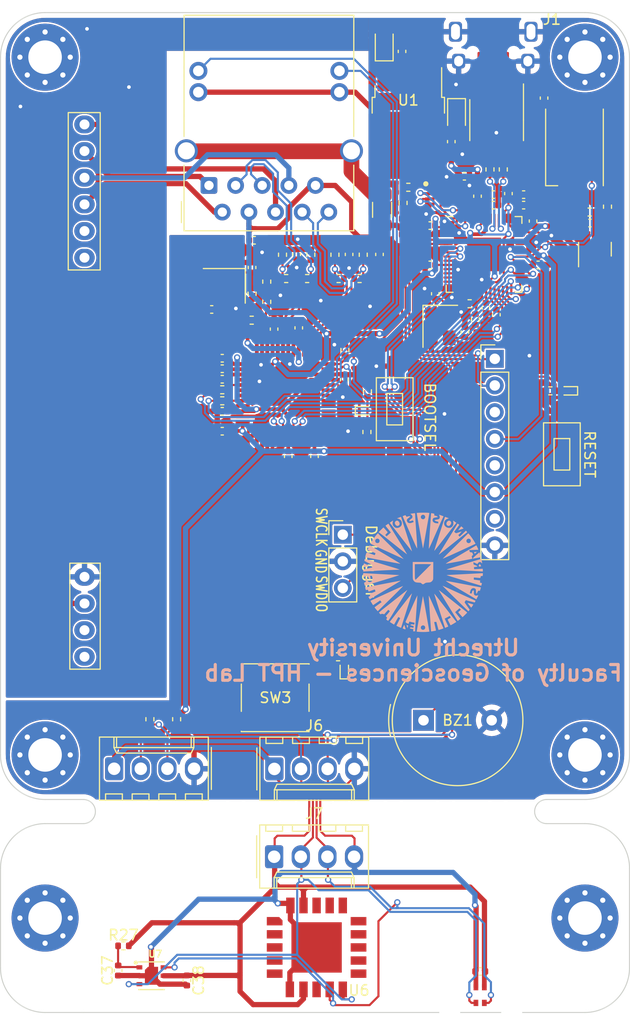
<source format=kicad_pcb>
(kicad_pcb (version 20211014) (generator pcbnew)
  (layers (0 "F.Cu" signal) (31 "B.Cu" signal) (34 "B.Paste" user) (35 "F.Paste" user) (36 "B.SilkS" user "B.Silkscreen") (37 "F.SilkS" user "F.Silkscreen") (38 "B.Mask" user) (39 "F.Mask" user) (44 "Edge.Cuts" user))
  (net 0 "")
  (net 1 "+3.3V")
  (net 2 "GND")
  (net 3 "Net-(C15-Pad1)")
  (net 4 "Net-(C16-Pad1)")
  (net 5 "Net-(C17-Pad1)")
  (net 6 "+1V1")
  (net 7 "Net-(C29-Pad1)")
  (net 8 "Net-(C35-Pad1)")
  (net 9 "Net-(C37-Pad1)")
  (net 10 "Net-(C32-Pad1)")
  (net 11 "Net-(C33-Pad1)")
  (net 12 "Net-(C34-Pad1)")
  (net 13 "+Vbus")
  (net 14 "+VSYS")
  (net 15 "Net-(D3-Pad2)")
  (net 16 "+VPoE")
  (net 17 "BOOTSEL")
  (net 18 "RUN")
  (net 19 "GPIO22")
  (net 20 "Net-(J1-Pad1)")
  (net 21 "/Ethernet/RXI-")
  (net 23 "/Ethernet/RXI+")
  (net 24 "VC1+")
  (net 25 "SWCLK")
  (net 26 "SWDIO")
  (net 27 "Net-(R8-Pad1)")
  (net 28 "VC1-")
  (net 29 "/Ethernet/TX-")
  (net 30 "/Ethernet/TX+")
  (net 31 "Net-(R23-Pad1)")
  (net 32 "/MCU/GPIO29{slash}ADC3")
  (net 33 "/MCU/QSPI_SS")
  (net 34 "Net-(R23-Pad2)")
  (net 35 "Net-(R25-Pad1)")
  (net 36 "Net-(R29-Pad2)")
  (net 37 "/MCU/USB_D+")
  (net 38 "Net-(R30-Pad1)")
  (net 39 "/MCU/USB_D-")
  (net 42 "/Ethernet/TXO+")
  (net 48 "/Ethernet/RX-")
  (net 49 "/Ethernet/LNKn")
  (net 50 "/Ethernet/ACTn")
  (net 51 "Net-(R28-Pad2)")
  (net 55 "VC2+")
  (net 56 "VC2-")
  (net 57 "/MCU/QSPI_SD1")
  (net 58 "/MCU/QSPI_SD2")
  (net 59 "/MCU/QSPI_SD0")
  (net 60 "/MCU/QSPI_SCLK")
  (net 61 "/MCU/QSPI_SD3")
  (net 62 "I2C1_SDA")
  (net 63 "I2C1_SCL")
  (net 66 "GPIO23")
  (net 73 "RSTn")
  (net 74 "SPI0_RX")
  (net 75 "SPI0_CSn")
  (net 76 "SPI0_SCK")
  (net 77 "SPI0_TX")
  (net 78 "INTn")
  (net 80 "Net-(J2-Pad12)")
  (net 95 "Net-(J2-Pad14)")
  (net 96 "/Ethernet/RX+")
  (net 97 "+1V2A")
  (net 98 "+1V2D")
  (net 99 "+1V2O")
  (net 117 "+3V3A")
  (net 118 "/MCU/Data-")
  (net 119 "/MCU/Data+")
  (net 120 "/MCU/MCU_D+")
  (net 121 "/MCU/MCU_D-")
  (net 122 "GPIO5")
  (net 123 "GPIO4")
  (net 126 "/Ethernet/TXO-")
  (net 130 "unconnected-(J6-Pad4)")
  (footprint "Connector_Molex:Molex_KK-254_AE-6410-04A_1x04_P2.54mm_Vertical" (layer "F.Cu") (at 126.84 120.62)
    (fp_text reference "J7")
    (fp_text value "Extra I2C")
  )
  (footprint "Resistor_SMD:R_0402_1005Metric" (layer "F.Cu") (at 148.6975 55.1125 90)
    (fp_text reference "R5" hide)
    (fp_text value "27R")
  )
  (footprint "HPT:Micro USB, Type B" (layer "F.Cu") (at 147.7375 44.7875 180)
    (fp_text reference "J1")
    (fp_text value "USB_B_Micro")
  )
  (footprint "Package_SO:SOIC-8_3.9x4.9mm_P1.27mm" (layer "F.Cu") (at 148.0625 50.4125 -90)
    (fp_text reference "U2" hide)
    (fp_text value "USB6B1")
  )
  (footprint "Diode_SMD:D_SOD-923" (layer "F.Cu") (at 154.9875 76.2125 180)
    (fp_text reference "D6" hide)
    (fp_text value "ESD9B3.3ST5G" hide)
  )
  (footprint "Resistor_SMD:R_0402_1005Metric" (layer "F.Cu") (at 135.7375 76.2625 -90)
    (fp_text reference "R11" hide)
    (fp_text value "1k")
  )
  (footprint "Resistor_SMD:R_0402_1005Metric" (layer "F.Cu") (at 124.698139 69.48186 180)
    (fp_text reference "R25" hide)
    (fp_text value "1M")
  )
  (footprint "Capacitor_SMD:C_0402_1005Metric" (layer "F.Cu") (at 126.833139 70.33186 90)
    (fp_text reference "C21" hide)
    (fp_text value "0.1uF")
  )
  (footprint "Capacitor_SMD:C_0402_1005Metric" (layer "F.Cu") (at 152.5875 48.3125 90)
    (fp_text reference "C39" hide)
    (fp_text value "0.1uF")
  )
  (footprint "Diode_SMD:D_SOD-923" (layer "F.Cu") (at 135.38 78.1125)
    (fp_text reference "D4" hide)
    (fp_text value "ESD9B3.3ST5G" hide)
  )
  (footprint "Capacitor_SMD:C_0402_1005Metric" (layer "F.Cu") (at 130.6875 82.4625 -90)
    (fp_text reference "C19" hide)
    (fp_text value "0.1uF")
  )
  (footprint "Capacitor_SMD:C_0402_1005Metric" (layer "F.Cu") (at 141.71625 64.2125 180)
    (fp_text reference "C4" hide)
    (fp_text value "0.1uF")
  )
  (footprint "HPT:Slot 2x3" (layer "F.Cu") (at 133.1875 116.3125)
    (fp_text reference "REF**" hide)
    (fp_text value "Slot 2x3" hide)
  )
  (footprint "Connector_PinHeader_2.54mm:PinHeader_1x08_P2.54mm_Vertical" (layer "F.Cu") (at 147.8875 73.1625)
    (fp_text reference "J3" hide)
    (fp_text value "Display")
  )
  (footprint "Diode_SMD:D_SOD-323" (layer "F.Cu") (at 144.2375 49.8625 -90)
    (fp_text reference "D2" hide)
    (fp_text value "BAT60A")
  )
  (footprint "Capacitor_SMD:C_0402_1005Metric" (layer "F.Cu") (at 152.0175 64.2125)
    (fp_text reference "C8" hide)
    (fp_text value "0.1uF")
  )
  (footprint "Resistor_SMD:R_0402_1005Metric" (layer "F.Cu") (at 135.6875 80.1375 -90)
    (fp_text reference "R28" hide)
    (fp_text value "100R")
  )
  (footprint "HPT:LQFP48" (layer "F.Cu") (at 127.933139 76.40686 180)
    (fp_text reference "U5" hide)
    (fp_text value "W5100S")
  )
  (footprint "Capacitor_SMD:C_0402_1005Metric" (layer "F.Cu") (at 146.2375 57.6625 90)
    (fp_text reference "C1" hide)
    (fp_text value "0.1uF")
  )
  (footprint "Capacitor_SMD:C_0402_1005Metric" (layer "F.Cu") (at 121.8875 80.0625 180)
    (fp_text reference "C20" hide)
    (fp_text value "0.1uF")
  )
  (footprint "Capacitor_SMD:C_0402_1005Metric" (layer "F.Cu") (at 128.183139 82.4625 -90)
    (fp_text reference "C27" hide)
    (fp_text value "0.1uF")
  )
  (footprint "Capacitor_SMD:C_0402_1005Metric" (layer "F.Cu") (at 147.0375 68.3125 -90)
    (fp_text reference "C9" hide)
    (fp_text value "0.1uF")
  )
  (footprint "Resistor_SMD:R_0402_1005Metric" (layer "F.Cu") (at 114.9875 107.5125 90)
    (fp_text reference "R2" hide)
    (fp_text value "DNP" hide)
  )
  (footprint "Package_DFN_QFN:QFN-56-1EP_7x7mm_P0.4mm_EP3.2x3.2mm" (layer "F.Cu") (at 146.8625 63.2125)
    (fp_text reference "U3" hide)
    (fp_text value "RP2040")
  )
  (footprint "Capacitor_SMD:C_0402_1005Metric" (layer "F.Cu") (at 151.5375 60.0325 90)
    (fp_text reference "C3" hide)
    (fp_text value "0.1uF")
  )
  (footprint "Crystal:Crystal_SMD_Abracon_ABM8G-4Pin_3.2x2.5mm" (layer "F.Cu") (at 142.6875 70.0625 -90)
    (fp_text reference "Y1" hide)
    (fp_text value "12MHz")
  )
  (footprint "Capacitor_SMD:C_0402_1005Metric" (layer "F.Cu") (at 133.9875 63.2125 -90)
    (fp_text reference "C29" hide)
    (fp_text value "0.1uF")
  )
  (footprint "Resistor_SMD:R_0402_1005Metric" (layer "F.Cu") (at 145.4875 67.9125 180)
    (fp_text reference "R8" hide)
    (fp_text value "DNP")
  )
  (footprint "Capacitor_SMD:C_0402_1005Metric" (layer "F.Cu") (at 146.5 131.55)
    (fp_text reference "C36" hide)
    (fp_text value "0.1uF")
  )
  (footprint "Diode_SMD:D_SOD-923" (layer "F.Cu") (at 133.5325 102.8675 90)
    (fp_text reference "D7" hide)
    (fp_text value "ESD9B3.3ST5G" hide)
  )
  (footprint "HPT:Slot 2x3" (layer "F.Cu") (at 148.9675 130.2025)
    (fp_text reference "REF**" hide)
    (fp_text value "Slot 2x3" hide)
  )
  (footprint "Resistor_SMD:R_0402_1005Metric" (layer "F.Cu") (at 127.6375 63.2425 -90)
    (fp_text reference "R14" hide)
    (fp_text value "49R9")
  )
  (footprint "HPT:SDC4x" (layer "F.Cu") (at 130.8875 129.2625)
    (fp_text reference "U6")
    (fp_text value "SCD4x")
  )
  (footprint "Resistor_SMD:R_0402_1005Metric" (layer "F.Cu") (at 139.6375 56.8125 180)
    (fp_text reference "R10" hide)
    (fp_text value "DNP")
  )
  (footprint "Capacitor_SMD:C_0402_1005Metric" (layer "F.Cu") (at 121.8875 73.10686 180)
    (fp_text reference "C25" hide)
    (fp_text value "0.1uF")
  )
  (footprint "Capacitor_SMD:C_0402_1005Metric" (layer "F.Cu") (at 120.883139 68.45686 180)
    (fp_text reference "C34" hide)
    (fp_text value "18pF")
  )
  (footprint "Capacitor_SMD:C_0402_1005Metric" (layer "F.Cu") (at 156.9625 60.2225 180)
    (fp_text reference "C15" hide)
    (fp_text value "0.1uF")
  )
  (footprint "Capacitor_SMD:C_0402_1005Metric" (layer "F.Cu") (at 147.7375 58.5125)
    (fp_text reference "C6" hide)
    (fp_text value "0.1uF")
  )
  (footprint "Connector_PinHeader_2.54mm:PinHeader_1x03_P2.54mm_Vertical" (layer "F.Cu") (at 133.3875 89.9225)
    (fp_text reference "J5" hide)
    (fp_text value "Debugger")
  )
  (footprint "Button_Switch_SMD:SW_Push_1P1T_NO_6x6mm_H9.5mm" (layer "F.Cu") (at 126.9375 105.4625)
    (fp_text reference "SW3")
    (fp_text value "Display")
  )
  (footprint "Capacitor_SMD:C_0402_1005Metric" (layer "F.Cu") (at 124.733139 64.45686 90)
    (fp_text reference "C35" hide)
    (fp_text value "18pF")
  )
  (footprint "Inductor_SMD:L_0402_1005Metric" (layer "F.Cu") (at 123.833139 70.80686 180)
    (fp_text reference "L2" hide)
    (fp_text value "120r@100MHz")
  )
  (footprint "Capacitor_SMD:C_0402_1005Metric" (layer "F.Cu") (at 136.8875 63.2125 -90)
    (fp_text reference "C30" hide)
    (fp_text value "0.1uF")
  )
  (footprint "Capacitor_SMD:C_0402_1005Metric" (layer "F.Cu") (at 121.8875 74.10686 180)
    (fp_text reference "C24" hide)
    (fp_text value "1uF")
  )
  (footprint "HPT:Slot 2x3" (layer "F.Cu") (at 128.1875 116.3125)
    (fp_text reference "REF**" hide)
    (fp_text value "Slot 2x3" hide)
  )
  (footprint "Capacitor_SMD:C_0402_1005Metric" (layer "F.Cu") (at 145.0375 70.6125 90)
    (fp_text reference "C17" hide)
    (fp_text value "15pF")
  )
  (footprint "Capacitor_SMD:C_0402_1005Metric" (layer "F.Cu") (at 148.0375 68.9625 -90)
    (fp_text reference "C2" hide)
    (fp_text value "0.1uF")
  )
  (footprint "Capacitor_SMD:C_0402_1005Metric" (layer "F.Cu") (at 111.9625 131.4625 -90)
    (fp_text reference "C37")
    (fp_text value "1uF")
  )
  (footprint "HPT:Slot 2x3" (layer "F.Cu") (at 144.0875 130.2025)
    (fp_text reference "REF**" hide)
    (fp_text value "Slot 2x3" hide)
  )
  (footprint "Capacitor_SMD:C_0402_1005Metric" (layer "F.Cu") (at 141.71625 60.4625 180)
    (fp_text reference "C5" hide)
    (fp_text value "0.1uF")
  )
  (footprint "Inductor_SMD:L_0402_1005Metric" (layer "F.Cu") (at 122.333139 71.65686 -90)
    (fp_text reference "L3" hide)
    (fp_text value "120r@100MHz")
  )
  (footprint "MountingHole:MountingHole_3.2mm_M3_Pad_Via" (layer "F.Cu") (at 156.4875 44.4125)
    (fp_text reference "REF**" hide)
    (fp_text value "MountingHole_3.2mm_M3_Pad_Via" hide)
  )
  (footprint "HPT:Slot 2x5.5" (layer "F.Cu") (at 143.4875 132.19 90)
    (fp_text reference "REF**" hide)
    (fp_text value "Slot 2x5.5" hide)
  )
  (footprint "HPT:PoE, 10 Pin with LED" (layer "F.Cu") (at 125.7425 50.5175 90)
    (fp_text reference "J2" hide)
    (fp_text value "Ethernet_(100_Base-T_&_PoE)")
  )
  (footprint "HPT:Adafruit 3847 connector" (layer "F.Cu") (at 108.7475 76.1925 -90)
    (fp_text reference "MOD1" hide)
    (fp_text value "Adafruit_3847_connector")
  )
  (footprint "Resistor_SMD:R_0402_1005Metric" (layer "F.Cu") (at 130.3375 63.2425 -90)
    (fp_text reference "R15" hide)
    (fp_text value "49R9")
  )
  (footprint "HPT:Switch" (layer "F.Cu") (at 154.2875 82.2625 -90)
    (fp_text reference "SW2" hide)
    (fp_text value "RESET")
  )
  (footprint "Package_TO_SOT_SMD:SOT-23" (layer "F.Cu") (at 157.4375 62.7125 90)
    (fp_text reference "Q1" hide)
    (fp_text value "2N7002")
  )
  (footprint "Resistor_SMD:R_0402_1005Metric" (layer "F.Cu") (at 121.8875 76.1125)
    (fp_text reference "R17" hide)
    (fp_text value "470R")
  )
  (footprint "HPT:Slot 2x3" (layer "F.Cu") (at 143.1875 116.3125)
    (fp_text reference "REF**" hide)
    (fp_text value "Slot 2x3" hide)
  )
  (footprint "HPT:LED" (layer "F.Cu") (at 139.1375 60.5525 90)
    (fp_text reference "D3" hide)
    (fp_text value "LED")
  )
  (footprint "HPT:SON50P300X200X60-9N" (layer "F.Cu") (at 143.0875 57.675)
    (fp_text reference "U4" hide)
    (fp_text value "W25Q16JVUXIQ")
  )
  (footprint "Resistor_SMD:R_0402_1005Metric" (layer "F.Cu") (at 156.9375 59.1725)
    (fp_text reference "R7" hide)
    (fp_text value "100k")
  )
  (footprint "Resistor_SMD:R_0402_1005Metric" (layer "F.Cu") (at 121.8875 77.1625)
    (fp_text reference "R21" hide)
    (fp_text value "470R")
  )
  (footprint "HPT:Slot 2x3" (layer "F.Cu") (at 148.1875 116.3125)
    (fp_text reference "REF**" hide)
    (fp_text value "Slot 2x3" hide)
  )
  (footprint "Connector_Molex:Molex_KK-254_AE-6410-04A_1x04_P2.54mm_Vertical" (layer "F.Cu") (at 111.5775 112.2325)
    (fp_text reference "J4" hide)
    (fp_text value "Extra I2C")
  )
  (footprint "HPT:XDCR_SGP41-D-R4" (layer "F.Cu") (at 115.1375 131.9625)
    (fp_text reference "U7")
    (fp_text value "SGP41")
  )
  (footprint "Diode_SMD:D_SOD-323" (layer "F.Cu") (at 137.3375 43.2625 90)
    (fp_text reference "D1" hide)
    (fp_text value "BAT60A")
  )
  (footprint "Resistor_SMD:R_0402_1005Metric" (layer "F.Cu") (at 147.4275 55.1125 90)
    (fp_text reference "R4" hide)
    (fp_text value "27R")
  )
  (footprint "Capacitor_SMD:C_0402_1005Metric" (layer "F.Cu") (at 150.6375 57.5125)
    (fp_text reference "C14" hide)
    (fp_text value "1uF")
  )
  (footprint "MountingHole:MountingHole_3.2mm_M3_Pad_Via" (layer "F.Cu") (at 104.9875 126.4625)
    (fp_text reference "REF**" hide)
    (fp_text value "MountingHole_3.2mm_M3_Pad_Via" hide)
  )
  (footprint "Buzzer_Beeper:Buzzer_TDK_PS1240P02BT_D12.2mm_H6.5mm" (layer "F.Cu") (at 144.3375 107.6125)
    (fp_text reference "BZ1")
    (fp_text value "Buzzer")
  )
  (footprint "Resistor_SMD:R_0402_1005Metric" (layer "F.Cu") (at 132.9375 101.5625)
    (fp_text reference "R30" hide)
    (fp_text value "100R")
  )
  (footprint "Capacitor_SMD:C_0402_1005Metric" (layer "F.Cu") (at 133.533139 75.15686 90)
    (fp_text reference "C28" hide)
    (fp_text value "0.1uF")
  )
  (footprint "Capacitor_SMD:C_0402_1005Metric" (layer "F.Cu") (at 142.2125 66.9625 90)
    (fp_text reference "C16" hide)
    (fp_text value "15pF")
  )
  (footprint "MountingHole:MountingHole_3.2mm_M3_Pad_Via" (layer "F.Cu") (at 156.4875 110.9125)
    (fp_text reference "REF**" hide)
    (fp_text value "MountingHole_3.2mm_M3_Pad_Via" hide)
  )
  (footprint "Capacitor_SMD:C_0402_1005Metric" (layer "F.Cu") (at 124.9375 61.8625)
    (fp_text reference "C31" hide)
    (fp_text value "1uF")
  )
  (footprint "Capacitor_SMD:C_0402_1005Metric" (layer "F.Cu") (at 121.8875 75.10686 180)
    (fp_text reference "C22" hide)
    (fp_text value "0.1uF")
  )
  (footprint "HPT:SHT4x" (layer "F.Cu") (at 146.4875 133.8 90)
    (fp_text reference "U8" hide)
    (fp_text value "SHT4x")
  )
  (footprint "Crystal:Crystal_SMD_Abracon_ABM8G-4Pin_3.2x2.5mm" (layer "F.Cu") (at 122.083139 66.20686 180)
    (fp_text reference "Y2" hide)
    (fp_text value "25MHz")
  )
  (footprint "Resistor_SMD:R_0402_1005Metric" (layer "F.Cu") (at 158.6375 58.6625 90)
    (fp_text reference "R6" hide)
    (fp_text value "200k")
  )
  (footprint "Resistor_SMD:R_0402_1005Metric" (layer "F.Cu") (at 153.1875 76.2125 180)
    (fp_text reference "R29" hide)
    (fp_text value "100R")
  )
  (footprint "Resistor_SMD:R_0402_1005Metric" (layer "F.Cu") (at 127.9875 65.5125)
    (fp_text reference "R22" hide)
    (fp_text value "3R3")
  )
  (footprint "Resistor_SMD:R_0402_1005Metric" (layer "F.Cu") (at 139.1375 58.3025 90)
    (fp_text reference "R1" hide)
    (fp_text value "470R")
  )
  (footprint "HPT:Slot 2x5.5" (layer "F.Cu") (at 149.4 132.95 90)
    (fp_text reference "REF**" hide)
    (fp_text value "Slot 2x5.5" hide)
  )
  (footprint "HPT:Slot 2x3" (layer "F.Cu") (at 123.1875 116.3125)
    (fp_text reference "REF**" hide)
    (fp_text value "Slot 2x3" hide)
  )
  (footprint "Resistor_SMD:R_0402_1005Metric" (layer "F.Cu") (at 126.133139 65.80686 -90)
    (fp_text reference "R24" hide)
    (fp_text value "300R/1%")
  )
  (footprint "MountingHole:MountingHole_3.2mm_M3_Pad_Via" (layer "F.Cu") (at 156.4875 126.4625)
    (fp_text reference "REF**" hide)
    (fp_text value "MountingHole_3.2mm_M3_Pad_Via" hide)
  )
  (footprint "Resistor_SMD:R_0402_1005Metric" (layer "F.Cu") (at 134.9875 65.5125 180)
    (fp_text reference "R18" hide)
    (fp_text value "3R3")
  )
  (footprint "Capacitor_SMD:C_0402_1005Metric" (layer "F.Cu") (at 149.1875 57.4125 90)
    (fp_text reference "C12" hide)
    (fp_text value "1uF")
  )
  (footprint "Resistor_SMD:R_0402_1005Metric" (layer "F.Cu") (at 133.5875 72.3225 -90)
    (fp_text reference "R16" hide)
    (fp_text value "4k7")
  )
  (footprint "Resistor_SMD:R_0402_1005Metric" (layer "F.Cu") (at 132.9875 65.5125)
    (fp_text reference "R19" hide)
    (fp_text value "3R3")
  )
  (footprint "HPT:Slot 2x3" (layer "F.Cu") (at 118.1875 116.3125)
    (fp_text reference "REF**" hide)
    (fp_text value "Slot 2x3" hide)
  )
  (footprint "Resistor_SMD:R_0402_1005Metric" (layer "F.Cu") (at 146.0375 69.4125 90)
    (fp_text reference "R9" hide)
    (fp_text value "1k")
  )
  (footprint "Connector_Molex:Molex_KK-254_AE-6410-04A_1x04_P2.54mm_Vertical" (layer "F.Cu") (at 126.86 112.25)
    (fp_text reference "J6")
    (fp_text value "Extra I2C")
  )
  (footprint "LED_SMD:LED_WS2812B_PLCC4_5.0x5.0mm_P3.2mm" (layer "F.Cu") (at 155.4875 53.0125 -90)
    (fp_text reference "D5" hide)
    (fp_text value "WS2812B")
  )
  (footprint "Capacitor_SMD:C_1206_3216Metric" (layer "F.Cu") (at 137.1375 58.9625 -90)
    (fp_text reference "C33" hide)
    (fp_text value "1nF/2kV")
  )
  (footprint "Capacitor_SMD:C_0402_1005Metric" (layer "F.Cu") (at 129.1875 70.2125 90)
    (fp_text reference "C23" hide)
    (fp_text value "0.1uF")
  )
  (footprint "Resistor_SMD:R_0402_1005Metric" (layer "F.Cu") (at 124.733139 66.95686 -90)
    (fp_text reference "R26" hide)
    (fp_text value "0R")
  )
  (footprint "Capacitor_SMD:C_0402_1005Metric" (layer "F.Cu") (at 144.9875 55.7625)
    (fp_text reference "C18" hide)
    (fp_text value "0.1uF")
  )
  (footprint "Resistor_SMD:R_0402_1005Metric" (layer "F.Cu") (at 132.6375 63.2425 -90)
    (fp_text reference "R12" hide)
    (fp_text value "49R9")
  )
  (footprint "Resistor_SMD:R_0402_1005Metric" (layer "F.Cu") (at 135.3375 63.2425 -90)
    (fp_text reference "R13" hide)
    (fp_text value "49R9")
  )
  (footprint "Resistor_SMD:R_0402_1005Metric" (layer "F.Cu") (at 112.4625 129.1125 180)
    (fp_text reference "R27")
    (fp_text value "4R7")
  )
  (footprint "Capacitor_SMD:C_0402_1005Metric" (layer "F.Cu") (at 143.7375 52.4625 90)
    (fp_text reference "C11" hide)
    (fp_text value "10uF")
  )
  (footprint "Capacitor_SMD:C_0402_1005Metric" (layer "F.Cu") (at 128.9875 63.2125 -90)
    (fp_text reference "C32" hide)
    (fp_text value "0.1uF")
  )
  (footprint "Capacitor_SMD:C_0402_1005Metric" (layer "F.Cu") (at 118.5125 132.4125 -90)
    (fp_text reference "C38")
    (fp_text value "1uF")
  )
  (footprint "Resistor_SMD:R_0402_1005Metric" (layer "F.Cu") (at 117.5375 107.5125 90)
    (fp_text reference "R3" hide)
    (fp_text value "DNP" hide)
  )
  (footprint "Inductor_SMD:L_0402_1005Metric" (layer "F.Cu") (at 133.0875 70.7625 180)
    (fp_text reference "L1" hide)
    (fp_text value "120r@100MHz")
  )
  (footprint "Resistor_SMD:R_0402_1005Metric" (layer "F.Cu") (at 129.9875 65.5125 180)
    (fp_text reference "R20" hide)
    (fp_text value "3R3")
  )
  (footprint "Resistor_SMD:R_0402_1005Metric" (layer "F.Cu") (at 126.133139 67.73186 -90)
    (fp_text reference "R23" hide)
    (fp_text value "12K/1%")
  )
  (footprint "HPT:Slot 2x3" (layer "F.Cu") (at 113.1875 116.3125)
    (fp_text reference "REF**" hide)
    (fp_text value "Slot 2x3" hide)
  )
  (footprint "MountingHole:MountingHole_3.2mm_M3_Pad_Via" (layer "F.Cu") (at 104.9875 44.4125)
    (fp_text reference "REF**" hide)
    (fp_text value "MountingHole_3.2mm_M3_Pad_Via" hide)
  )
  (footprint "Capacitor_SMD:C_0402_1005Metric" (layer "F.Cu") (at 139.0375 43.8625 90)
    (fp_text reference "C10" hide)
    (fp_text value "10uF")
  )
  (footprint "Capacitor_SMD:C_0402_1005Metric" (layer "F.Cu") (at 147.7375 57.5125)
    (fp_text reference "C7" hide)
    (fp_text value "0.1uF")
  )
  (footprint "HPT:Switch" (layer "F.Cu") (at 138.3375 77.9625 90)
    (fp_text reference "SW1" hide)
    (fp_text value "BOOTSEL")
  )
  (footprint "Capacitor_SMD:C_0402_1005Metric" (layer "F.Cu") (at 121.8875 78.1625 180)
    (fp_text reference "C26" hide)
    (fp_text value "0.1uF")
  )
  (footprint "Capacitor_SMD:C_0402_1005Metric" (layer "F.Cu") (at 150.6375 58.5125)
    (fp_text reference "C13" hide)
    (fp_text value "1uF")
  )
  (footprint "MountingHole:MountingHole_3.2mm_M3_Pad_Via" (layer "F.Cu") (at 104.9875 110.9125)
    (fp_text reference "REF**" hide)
    (fp_text value "MountingHole_3.2mm_M3_Pad_Via" hide)
  )
  (footprint "Package_TO_SOT_SMD:TO-252-2" (layer "F.Cu") (at 139.6375 50.7125 -90)
    (fp_text reference "U1")
    (fp_text value "NCP1117-3.3_TO252")
  )
  (footprint "HPT:Slot 2x3" (layer "F.Cu") (at 138.1875 116.3125)
    (fp_text reference "REF**" hide)
    (fp_text value "Slot 2x3" hide)
  )
  (footprint "HPT:uu Logo" (layer "B.Cu") (at 141.158336 93.543156 180)
    (fp_text reference "G***" hide)
    (fp_text value "LOGO" hide)
  )
  (gr_line (start 160.7375 110.9125) (end 160.7375 44.4125) (layer "Edge.Cuts") (width 0.1))
  (gr_arc (start 104.9875 115.1625) (mid 101.982296 113.917704) (end 100.7375 110.9125) (layer "Edge.Cuts") (width 0.1))
  (gr_arc (start 160.7375 131.2125) (mid 159.488358 134.213358) (end 156.4875 135.4625) (layer "Edge.Cuts") (width 0.1))
  (gr_arc (start 152.8375 117.4625) (mid 151.6875 116.3125) (end 152.8375 115.1625) (layer "Edge.Cuts") (width 0.1))
  (gr_line (start 104.9875 115.1625) (end 108.6375 115.1625) (layer "Edge.Cuts") (width 0.1))
  (gr_line (start 104.9875 117.4625) (end 108.6375 117.4625) (layer "Edge.Cuts") (width 0.1))
  (gr_line (start 108.6375 135.4625) (end 156.4875 135.4625) (layer "Edge.Cuts") (width 0.1))
  (gr_line (start 104.9875 40.1625) (end 156.4875 40.1625) (layer "Edge.Cuts") (width 0.1))
  (gr_line (start 108.6375 135.4625) (end 104.9875 135.4625) (layer "Edge.Cuts") (width 0.1))
  (gr_arc (start 100.7375 44.4125) (mid 101.982296 41.407296) (end 104.9875 40.1625) (layer "Edge.Cuts") (width 0.1))
  (gr_arc (start 156.4875 117.4625) (mid 159.492704 118.707296) (end 160.7375 121.7125) (layer "Edge.Cuts") (width 0.1))
  (gr_arc (start 156.4875 40.1625) (mid 159.492704 41.407296) (end 160.7375 44.4125) (layer "Edge.Cuts") (width 0.1))
  (gr_line (start 100.7375 110.9125) (end 100.7375 44.4125) (layer "Edge.Cuts") (width 0.1))
  (gr_line (start 160.7375 121.7125) (end 160.7375 131.2125) (layer "Edge.Cuts") (width 0.1))
  (gr_line (start 152.8375 115.1625) (end 156.4875 115.1625) (layer "Edge.Cuts") (width 0.1))
  (gr_line (start 152.8375 117.4625) (end 156.4875 117.4625) (layer "Edge.Cuts") (width 0.1))
  (gr_arc (start 104.9875 135.4625) (mid 101.982296 134.217704) (end 100.7375 131.2125) (layer "Edge.Cuts") (width 0.1))
  (gr_line (start 100.7375 131.2125) (end 100.7375 121.7125) (layer "Edge.Cuts") (width 0.1))
  (gr_arc (start 100.7375 121.7125) (mid 101.986642 118.711642) (end 104.9875 117.4625) (layer "Edge.Cuts") (width 0.1))
  (gr_arc (start 160.7375 110.9125) (mid 159.492704 113.917704) (end 156.4875 115.1625) (layer "Edge.Cuts") (width 0.1))
  (gr_arc (start 108.6375 115.1625) (mid 109.7875 116.3125) (end 108.6375 117.4625) (layer "Edge.Cuts") (width 0.1))
  (gr_text "Utrecht University\nFaculty of Geosciences - HPT Lab" (at 140.1125 101.9125) (layer "B.SilkS") (effects (font (size 1.5 1.5) (thickness 0.3)) (justify mirror)))
  (gr_text "SWCLK" (at 131.3375 89.2125 270) (layer "F.SilkS") (effects (font (size 1 0.75))))
  (gr_text "GND" (at 131.2875 92.4625 270) (layer "F.SilkS") (effects (font (size 1 0.75))))
  (gr_text "SWDIO\n" (at 131.3375 95.5625 270) (layer "F.SilkS") (effects (font (size 1 0.75))))
  (segment (start 147.873944 65.298944) (end 147.806082 65.298944) (width 0.2) (layer "F.Cu") (net 1))
  (segment (start 145.5375 61.1625) (end 145.6625 61.2875) (width 0.35) (layer "F.Cu") (net 1))
  (segment (start 126.8875 113.0125) (end 127.7375 113.8625) (width 0.2) (layer "F.Cu") (net 1))
  (segment (start 126.9625 123.5125) (end 126.8875 123.5875) (width 0.5) (layer "F.Cu") (net 1))
  (segment (start 147.0625 66.042526) (end 147.0625 66.65) (width 0.2) (layer "F.Cu") (net 1))
  (segment (start 142.19625 60.4625) (end 142.19625 59.855457) (width 0.5) (layer "F.Cu") (net 1))
  (segment (start 124.8375 134.7125) (end 129.0875 134.7125) (width 0.5) (layer "F.Cu") (net 1))
  (segment (start 151.5375 60.5125) (end 152.6875 60.5125) (width 0.5) (layer "F.Cu") (net 1))
  (segment (start 123.5875 126.8875) (end 123.5875 127.4625) (width 0.5) (layer "F.Cu") (net 1))
  (segment (start 123.5875 131.6625) (end 123.4375 131.6625) (width 0.2) (layer "F.Cu") (net 1))
  (segment (start 151.5375 63.9625) (end 151.5375 64.2125) (width 0.5) (layer "F.Cu") (net 1))
  (segment (start 146.647135 61.2875) (end 147.036488 60.898147) (width 0.35) (layer "F.Cu") (net 1))
  (segment (start 139.1375 56.8225) (end 139.1275 56.8125) (width 0.5) (layer "F.Cu") (net 1))
  (segment (start 146.2375 55.1125) (end 146.2375 56.108825) (width 0.5) (layer "F.Cu") (net 1))
  (segment (start 126.8875 123.5875) (end 123.5875 126.8875) (width 0.5) (layer "F.Cu") (net 1))
  (segment (start 150.1575 59.4925) (end 150.1575 58.5625) (width 0.5) (layer "F.Cu") (net 1))
  (segment (start 147.036488 60.898147) (end 147.036488 60.380379) (width 0.35) (layer "F.Cu") (net 1))
  (segment (start 129.223581 113.8625) (end 130.1875 114.826419) (width 0.2) (layer "F.Cu") (net 1))
  (segment (start 123.1375 126.9125) (end 123.5875 127.3625) (width 0.2) (layer "F.Cu") (net 1))
  (segment (start 123.0375 126.9125) (end 115.1725 126.9125) (width 0.5) (layer "F.Cu") (net 1))
  (segment (start 146.2375 56.108825) (end 147.2575 57.128825) (width 0.5) (layer "F.Cu") (net 1))
  (segment (start 118.4825 131.9625) (end 116.2875 131.9625) (width 0.5) (layer "F.Cu") (net 1))
  (segment (start 142.2375 64.2125) (end 142.2375 64.6625) (width 0.5) (layer "F.Cu") (net 1))
  (segment (start 115.1725 126.9125) (end 112.9725 129.1125) (width 0.5) (layer "F.Cu") (net 1))
  (segment (start 145.5375 123.5125) (end 146.9 124.875) (width 0.5) (layer "F.Cu") (net 1))
  (segment (start 147.2875 58.5825) (end 147.2875 59.7625) (width 0.5) (layer "F.Cu") (net 1))
  (segment (start 142.34625 60.6125) (end 142.19625 60.4625) (width 0.2) (layer "F.Cu") (net 1))
  (segment (start 139.1275 56.8125) (end 139.1275 53.3225) (width 0.5) (layer "F.Cu") (net 1))
  (segment (start 118.3875 106.5625) (end 117.9375 107.0125) (width 0.5) (layer "F.Cu") (net 1))
  (segment (start 123.5875 132.3625) (end 123.5875 133.4625) (width 0.5) (layer "F.Cu") (net 1))
  (segment (start 111.6375 109.1125) (end 111.6375 111.7725) (width 0.5) (layer "F.Cu") (net 1))
  (segment (start 139.1375 57.7925) (end 139.1375 56.8225) (width 0.5) (layer "F.Cu") (net 1))
  (segment (start 126.8875 119.9025) (end 126.8875 123.5875) (width 0.5) (layer "F.Cu") (net 1))
  (segment (start 146.9 131.47) (end 146.98 131.55) (width 0.5) (layer "F.Cu") (net 1))
  (segment (start 142.2375 64.6625) (end 141.8875 65.0125) (width 0.5) (layer "F.Cu") (net 1))
  (segment (start 129.6375 123.8125) (end 129.6375 123.9625) (width 0.5) (layer "F.Cu") (net 1))
  (segment (start 129.0875 134.7125) (end 129.6375 134.1625) (width 0.5) (layer "F.Cu") (net 1))
  (segment (start 147.2575 57.128825) (end 147.2575 58.5625) (width 0.5) (layer "F.Cu") (net 1))
  (segment (start 136.8875 70.7625) (end 133.5725 70.7625) (width 0.5) (layer "F.Cu") (net 1))
  (segment (start 123.5875 131.6625) (end 123.5875 131.9125) (width 0.5) (layer "F.Cu") (net 1))
  (segment (start 123.5675 131.9325) (end 123.5875 131.9125) (width 0.5) (layer "F.Cu") (net 1))
  (segment (start 129.3375 123.5125) (end 129.6375 123.8125) (width 0.5) (layer "F.Cu") (net 1))
  (segment (start 143.7375 52.9425) (end 143.7375 54.7625) (width 0.5) (layer "F.Cu") (net 1))
  (segment (start 130.6675 81.95686) (end 131.58186 81.95686) (width 0.5) (layer "F.Cu") (net 1))
  (segment (start 117.9375 107.0125) (end 113.7375 107.0125) (width 0.5) (layer "F.Cu") (net 1))
  (segment (start 130.683139 80.50686) (end 130.683139 81.941221) (width 0.35) (layer "F.Cu") (net 1))
  (segment (start 118.5125 131.9325) (end 123.1675 131.9325) (width 0.5) (layer "F.Cu") (net 1))
  (segment (start 129.6375 134.1625) (end 129.6375 133.1125) (width 0.5) (layer "F.Cu") (net 1))
  (segment (start 123.8075 80.0325) (end 122.3375 80.0325) (width 0.35) (layer "F.Cu") (net 1))
  (segment (start 130.683139 81.941221) (end 130.6675 81.95686) (width 0.35) (layer "F.Cu") (net 1))
  (segment (start 147.0625 66.65) (end 147.0625 67.7825) (width 0.2) (layer "F.Cu") (net 1))
  (segment (start 151.4375 60.6125) (end 151.5375 60.5125) (width 0.2) (layer "F.Cu") (net 1))
  (segment (start 134.5725 47.7475) (end 139.6375 52.8125) (width 0.5) (layer "F.Cu") (net 1))
  (segment (start 133.0625 47.7475) (end 134.5725 47.7475) (width 0.5) (layer "F.Cu") (net 1))
  (segment (start 126.8875 112.0625) (end 126.8875 113.0125) (width 0.2) (layer "F.Cu") (net 1))
  (segment (start 144.4875 56.925) (end 144.5075 56.905) (width 0.2) (layer "F.Cu") (net 1))
  (segment (start 149.2875 59.775) (end 149.2875 60.4125) (width 0.2) (layer "F.Cu") (net 1))
  (segment (start 143.7375 52.9425) (end 139.7675 52.9425) (width 0.5) (layer "F.Cu") (net 1))
  (segment (start 149.4875 60.6125) (end 151.4375 60.6125) (width 0.2) (layer "F.Cu") (net 1))
  (segment (start 119.6125 47.7475) (end 133.0625 47.7475) (width 0.5) (layer "F.Cu") (net 1))
  (segment (start 147.2875 60.129367) (end 147.2875 59.7625) (width 0.35) (layer "F.Cu") (net 1))
  (segment (start 127.2875 123.5125) (end 128.7375 123.5125) (width 0.5) (layer "F.Cu") (net 1))
  (segment (start 129.9875 123.5125) (end 145.5375 123.5125) (width 0.5) (layer "F.Cu") (net 1))
  (segment (start 129.9375 123.5125) (end 129.9875 123.5125) (width 0.5) (layer "F.Cu") (net 1))
  (segment (start 149.875 59.775) (end 150.1575 59.4925) (width 0.5) (layer "F.Cu") (net 1))
  (segment (start 153.5375 60.5125) (end 156.4875 63.4625) (width 0.5) (layer "F.Cu") (net 1))
  (segment (start 127.1475 118.6125) (end 126.8875 118.8725) (width 0.2) (layer "F.Cu") (net 1))
  (segment (start 129.7275 118.6125) (end 127.1475 118.6125) (width 0.2) (layer "F.Cu") (net 1))
  (segment (start 123.8125 80.0375) (end 123.8075 80.0325) (width 0.35) (layer "F.Cu") (net 1))
  (segment (start 150.1575 57.5125) (end 150.1575 58.5125) (width 0.5) (layer "F.Cu") (net 1))
  (segment (start 126.8875 123.1125) (end 127.2875 123.5125) (width 0.5) (layer "F.Cu") (net 1))
  (segment (start 146.8875 131.6425) (end 146.8875 133.05) (width 0.45) (layer "F.Cu") (net 1))
  (segment (start 144.5075 55.5325) (end 144.5075 55.7625) (width 0.5) (layer "F.Cu") (net 1))
  (segment (start 147.806082 65.298944) (end 147.0625 66.042526) (width 0.2) (layer "F.Cu") (net 1))
  (segment (start 123.5875 127.4625) (end 123.5875 131.6625) (width 0.5) (layer "F.Cu") (net 1))
  (segment (start 128.7375 123.5125) (end 129.9875 123.5125) (width 0.5) (layer "F.Cu") (net 1))
  (segment (start 123.5875 126.9125) (end 123.0375 126.9125) (width 0.5) (layer "F.Cu") (net 1))
  (segment (start 127.7375 113.8625) (end 129.223581 113.8625) (width 0.2) (layer "F.Cu") (net 1))
  (segment (start 133.5875 71.8125) (end 133.5875 70.7775) (width 0.5) (layer "F.Cu") (net 1))
  (segment (start 123.1675 131.9425) (end 123.5875 132.3625) (width 0.2) (layer "F.Cu") (net 1))
  (segment (start 123.4375 131.6625) (end 123.1675 131.9325) (width 0.2) (layer "F.Cu") (net 1))
  (segment (start 123.833139 80.016861) (end 123.833139 79.15686) (width 0.35) (layer "F.Cu") (net 1))
  (segment (start 126.8875 118.8775) (end 126.8875 119.9025) (width 0.2) (layer "F.Cu") (net 1))
  (segment (start 123.1675 131.9325) (end 123.1675 131.9425) (width 0.2) (layer "F.Cu") (net 1))
  (segment (start 145.6625 61.2875) (end 146.647135 61.2875) (width 0.35) (layer "F.Cu") (net 1))
  (segment (start 133.5875 70.7775) (end 133.5725 70.7625) (width 0.5) (layer "F.Cu") (net 1))
  (segment (start 152.5375 63.3125) (end 152.1875 63.3125) (width 0.5) (layer "F.Cu") (net 1))
  (segment (start 127.2875 123.5125) (end 126.9625 123.5125) (width 0.5) (layer "F.Cu") (net 1))
  (segment (start 152.6875 60.5125) (end 153.5375 60.5125) (width 0.5) (layer "F.Cu") (net 1))
  (segment (start 128.7375 123.5125) (end 129.3375 123.5125) (width 0.5) (layer "F.Cu") (net 1))
  (segment (start 143.7375 54.7625) (end 144.5075 55.5325) (width 0.5) (layer "F.Cu") (net 1))
  (segment (start 123.5875 133.4625) (end 124.8375 134.7125) (width 0.5) (layer "F.Cu") (net 1))
  (segment (start 113.7375 107.0125) (end 111.6375 109.1125) (width 0.5) (layer "F.Cu") (net 1))
  (segment (start 129.6375 123.8125) (end 129.9375 123.5125) (width 0.5) (layer "F.Cu") (net 1))
  (segment (start 149.2875 59.775) (end 149.875 59.775) (width 0.5) (layer "F.Cu") (net 1))
  (segment (start 146.98 131.55) (end 146.8875 131.6425) (width 0.45) (layer "F.Cu") (net 1))
  (segment (start 147.036488 60.380379) (end 147.2875 60.129367) (width 0.35) (layer "F.Cu") (net 1))
  (segment (start 149.2875 60.4125) (end 149.4875 60.6125) (width 0.2) (layer "F.Cu") (net 1))
  (segment (start 139.7675 52.9425) (end 139.6375 52.8125) (width 0.5) (layer "F.Cu") (net 1))
  (segment (start 118.5125 131.9325) (end 118.4825 131.9625) (width 0.5) (layer "F.Cu") (net 1))
  (segment (start 123.8125 80.0375) (end 123.833139 80.016861) (width 0.35) (layer "F.Cu") (net 1))
  (segment (start 123.0375 126.9125) (end 123.1375 126.9125) (width 0.2) (layer "F.Cu") (net 1))
  (segment (start 143.37875 64.2125) (end 142.2375 64.2125) (width 0.2) (layer "F.Cu") (net 1))
  (segment (start 156.4875 63.4625) (end 156.4875 63.65) (width 0.5) (layer "F.Cu") (net 1))
  (segment (start 152.1875 63.3125) (end 151.5375 63.9625) (width 0.5) (layer "F.Cu") (net 1))
  (segment (start 131.58186 81.95686) (end 131.5875 81.9625) (width 0.5) (layer "F.Cu") (net 1))
  (segment (start 130.1875 114.826419) (end 130.1875 118.1525) (width 0.2) (layer "F.Cu") (net 1))
  (segment (start 129.6375 123.9625) (end 129.6375 125.1125) (width 0.5) (layer "F.Cu") (net 1))
  (segment (start 150.355 64.2125) (end 151.5375 64.2125) (width 0.2) (layer "F.Cu") (net 1))
  (segment (start 123.5875 127.3625) (end 123.5875 127.4625) (width 0.2) (layer "F.Cu") (net 1))
  (segment (start 144.5075 56.905) (end 144.5075 55.7625) (width 0.2) (layer "F.Cu") (net 1))
  (segment (start 142.19625 59.855457) (end 142.234634 59.817073) (width 0.5) (layer "F.Cu") (net 1))
  (segment (start 123.5875 131.9125) (end 123.5875 132.3625) (width 0.5) (layer "F.Cu") (net 1))
  (segment (start 123.1675 131.9325) (end 123.5675 131.9325) (width 0.5) (layer "F.Cu") (net 1))
  (segment (start 143.37875 60.6125) (end 142.34625 60.6125) (width 0.2) (layer "F.Cu") (net 1))
  (segment (start 130.1875 118.1525) (end 129.7275 118.6125) (width 0.2) (layer "F.Cu") (net 1))
  (segment (start 139.1275 53.3225) (end 139.6375 52.8125) (width 0.5) (layer "F.Cu") (net 1))
  (segment (start 146.9 124.875) (end 146.9 131.47) (width 0.5) (layer "F.Cu") (net 1))
  (via (at 143.7375 54.7625) (size 0.6) (drill 0.35) (layers "F.Cu" "B.Cu") (net 1))
  (via (at 141.8875 65.0125) (size 0.6) (drill 0.35) (layers "F.Cu" "B.Cu") (net 1))
  (via (at 131.5875 81.9625) (size 0.6) (drill 0.35) (layers "F.Cu" "B.Cu") (net 1))
  (via (at 142.234634 59.817073) (size 0.6) (drill 0.35) (layers "F.Cu" "B.Cu") (net 1))
  (via (at 145.5375 61.1625) (size 0.6) (drill 0.35) (layers "F.Cu" "B.Cu") (net 1))
  (via (at 146.2375 55.1125) (size 0.6) (drill 0.35) (layers "F.Cu" "B.Cu") (net 1))
  (via (at 152.5375 63.3125) (size 0.6) (drill 0.35) (layers "F.Cu" "B.Cu") (net 1))
  (via (at 118.3875 106.5625) (size 0.6) (drill 0.35) (layers "F.Cu" "B.Cu") (net 1))
  (via (at 147.873944 65.298944) (size 0.6) (drill 0.35) (layers "F.Cu" "B.Cu") (net 1))
  (via (at 136.8875 70.7625) (size 0.6) (drill 0.35) (layers "F.Cu" "B.Cu") (net 1))
  (via (at 123.8125 80.0375) (size 0.6) (drill 0.35) (layers "F.Cu" "B.Cu") (net 1))
  (via (at 152.6875 60.5125) (size 0.6) (drill 0.35) (layers "F.Cu" "B.Cu") (net 1))
  (segment (start 125.4125 81.6375) (end 125.3625 81.5875) (width 0.2) (layer "B.Cu") (net 1))
  (segment (start 139.6375 66.5625) (end 139.6375 68.5125) (width 0.5) (layer "B.Cu") (net 1))
  (segment (start 145.5375 61.1625) (end 145.5375 61.7125) (width 0.5) (layer "B.Cu") (net 1))
  (segment (start 111.6275 111.3225) (end 111.6275 111.7825) (width 0.5) (layer "B.Cu") (net 1))
  (segment (start 125.7375 81.9625) (end 131.5875 81.9625) (width 0.5) (layer "B.Cu") (net 1))
  (segment (start 141.8875 65.0125) (end 142.2375 64.6625) (width 0.5) (layer "B.Cu") (net 1))
  (segment (start 142.4875 61.9625) (end 142.2375 62.2125) (width 0.5) (layer "B.Cu") (net 1))
  (segment (start 150.7875 61.92255) (end 151.017525 61.692525) (width 0.5) (layer "B.Cu") (net 1))
  (segment (start 145.7875 61.9625) (end 145.2875 61.9625) (width 0.5) (layer "B.Cu") (net 1))
  (segment (start 123.8125 80.0375) (end 125.3625 81.5875) (width 0.5) (layer "B.Cu") (net 1))
  (segment (start 152.19755 60.5125) (end 152.6875 60.5125) (width 0.5) (layer "B.Cu") (net 1))
  (segment (start 137.3875 70.7625) (end 136.8875 70.7625) (width 0.5) (layer "B.Cu") (net 1))
  (segment (start 148.9575 85.8925) (end 146.7175 85.8925) (width 0.5) (layer "B.Cu") (net 1))
  (segment (start 146.2375 55.1125) (end 144.0875 55.1125) (width 0.5) (layer "B.Cu") (net 1))
  (segment (start 153.4875 64.2625) (end 153.4875 81.3625) (width 0.5) (layer "B.Cu") (net 1))
  (segment (start 145.7875 61.9625) (end 145.5375 61.7125) (width 0.5) (layer "B.Cu") (net 1))
  (segment (start 142.7875 81.9625) (end 131.5875 81.9625) (width 0.5) (layer "B.Cu") (net 1))
  (segment (start 148.7375 61.9625) (end 150.7375 61.9625) (width 0.5) (layer "B.Cu") (net 1))
  (segment (start 151.017525 61.692525) (end 152.19755 60.5125) (width 0.5) (layer "B.Cu") (net 1))
  (segment (start 146.7175 85.8925) (end 142.7875 81.9625) (width 0.5) (layer "B.Cu") (net 1))
  (segment (start 150.9375 61.77255) (end 150.9375 62.1625) (width 0.5) (layer "B.Cu") (net 1))
  (segment (start 147.873944 62.326056) (end 148.2375 61.9625) (width 0.5) (layer "B.Cu") (net 1))
  (segment (start 125.4125 82.2875) (end 125.7375 81.9625) (width 0.5) (layer "B.Cu") (net 1))
  (segment (start 142.2375 64.6625) (end 142.2375 61.5125) (width 0.5) (layer "B.Cu") (net 1))
  (segment (start 142.4875 61.9625) (end 142.2375 61.7125) (width 0.5) (layer "B.Cu") (net 1))
  (segment (start 141.8875 65.0125) (end 141.1875 65.0125) (width 0.5) (layer "B.Cu") (net 1))
  (segment (start 145.2875 61.9625) (end 142.4875 61.9625) (width 0.5) (layer "B.Cu") (net 1))
  (segment (start 125.3625 81.5875) (end 125.7375 81.9625) (width 0.5) (layer "B.Cu") (net 1))
  (segment (start 148.7375 61.9625) (end 145.7875 61.9625) (width 0.5) (layer "B.Cu") (net 1))
  (segment (start 144.0875 55.1125) (end 143.7375 54.7625) (width 0.5) (layer "B.Cu") (net 1))
  (segment (start 125.1125 110.2125) (end 112.7375 110.2125) (width 0.5) (layer "B.Cu") (net 1))
  (segment (start 126.8625 111.9625) (end 125.1125 110.2125) (width 0.5) (layer "B.Cu") (net 1))
  (segment (start 147.8875 62.3125) (end 147.5375 61.9625) (width 0.5) (layer "B.Cu") (net 1))
  (segment (start 118.3875 106.5625) (end 118.3875 89.3125) (width 0.5) (layer "B.Cu") (net 1))
  (segment (start 147.873944 65.298944) (end 147.873944 62.326056) (width 0.5) (layer "B.Cu") (net 1))
  (segment (start 118.3875 89.3125) (end 125.4125 82.2875) (width 0.5) (layer "B.Cu") (net 1))
  (segment (start 142.2375 59.819939) (end 142.234634 59.817073) (width 0.5) (layer "B.Cu") (net 1))
  (segment (start 152.5375 63.3125) (end 153.4875 64.2625) (width 0.5) (layer "B.Cu") (net 1))
  (segment (start 152.5375 63.3125) (end 152.0875 63.3125) (width 0.5) (layer "B.Cu") (net 1))
  (segment (start 139.6375 68.5125) (end 137.3875 70.7625) (width 0.5) (layer "B.Cu") (net 1))
  (segment (start 145.5375 61.7125) (end 145.2875 61.9625) (width 0.5) (layer "B.Cu") (net 1))
  (segment (start 112.7375 110.2125) (end 111.6275 111.3225) (width 0.5) (layer "B.Cu") (net 1))
  (segment (start 142.2375 61.7125) (end 142.2375 61.5125) (width 0.5) (layer "B.Cu") (net 1))
  (segment (start 152.0875 63.3125) (end 151.0125 62.2375) (width 0.5) (layer "B.Cu") (net 1))
  (segment (start 151.0125 62.2375) (end 150.7875 62.0125) (width 0.5) (layer "B.Cu") (net 1))
  (segment (start 142.2375 61.5125) (end 142.2375 59.819939) (width 0.5) (layer "B.Cu") (net 1))
  (segment (start 153.4875 81.3625) (end 148.9575 85.8925) (width 0.5) (layer "B.Cu") (net 1))
  (segment (start 141.1875 65.0125) (end 139.6375 66.5625) (width 0.5) (layer "B.Cu") (net 1))
  (segment (start 125.4125 82.2875) (end 125.4125 81.6375) (width 0.2) (layer "B.Cu") (net 1))
  (segment (start 138.5625 60.4375) (end 137.1375 60.4375) (width 0.5) (layer "F.Cu") (net 2))
  (segment (start 128.3375 131.6625) (end 130.8875 129.1125) (width 0.5) (layer "F.Cu") (net 2))
  (segment (start 146.02 131.55) (end 146.0875 131.6175) (width 0.45) (layer "F.Cu") (net 2))
  (segment (start 128.3875 126.6125) (end 130.8875 129.1125) (width 0.5) (layer "F.Cu") (net 2))
  (segment (start 146.0075 57.1825) (end 145.4675 56.6425) (width 0.5) (layer "F.Cu") (net 2))
  (segment (start 121.208139 65.35686) (end 120.983139 65.35686) (width 0.5) (layer "F.Cu") (net 2))
  (segment (start 111.9625 131.9425) (end 113.9675 131.9425) (width 0.5) (layer "F.Cu") (net 2))
  (segment (start 115.1375 129.2625) (end 115.0875 129.2125) (width 0.5) (layer "F.Cu") (net 2))
  (segment (start 118.3825 132.7625) (end 118.5125 132.8925) (width 0.5) (layer "F.Cu") (net 2))
  (segment (start 146.5375 63.2125) (end 146.8625 63.2125) (width 0.5) (layer "F.Cu") (net 2))
  (segment (start 146.2375 57.1825) (end 146.0075 57.1825) (width 0.5) (layer "F.Cu") (net 2))
  (segment (start 145.6125 61.9625) (end 144.4375 61.9625) (width 0.5) (layer "F.Cu") (net 2))
  (segment (start 128.3375 125.0625) (end 128.3875 125.1125) (width 0.5) (layer "F.Cu") (net 2))
  (segment (start 115.1375 131.9625) (end 115.1375 129.2625) (width 0.5) (layer "F.Cu") (net 2))
  (segment (start 115.9375 132.7625) (end 115.1375 131.9625) (width 0.5) (layer "F.Cu") (net 2))
  (segment (start 116.2875 132.7625) (end 115.9375 132.7625) (width 0.5) (layer "F.Cu") (net 2))
  (segment (start 116.2875 132.7625) (end 118.3825 132.7625) (width 0.5) (layer "F.Cu") (net 2))
  (segment (start 128.3875 125.1125) (end 128.3875 126.6125) (width 0.5) (layer "F.Cu") (net 2))
  (segment (start 127.1875 125.0625) (end 128.3375 125.0625) (width 0.5) (layer "F.Cu") (net 2))
  (segment (start 145.4675 56.6425) (end 145.4675 55.7625) (width 0.5) (layer "F.Cu") (net 2))
  (segment (start 146.1 131.47) (end 146.1 125.335) (width 0.5) (layer "F.Cu") (net 2))
  (segment (start 113.9675 131.9425) (end 113.9875 131.9625) (width 0.5) (layer "F.Cu") (net 2))
  (segment (start 128.3375 133.1125) (end 128.3375 131.6625) (width 0.5) (layer "F.Cu") (net 2))
  (segment (start 146.8625 63.2125) (end 145.6125 61.9625) (width 0.5) (layer "F.Cu") (net 2))
  (segment (start 146.0875 131.6175) (end 146.0875 133.05) (width 0.45) (layer "F.Cu") (net 2))
  (segment (start 139.1375 61.0125) (end 138.5625 60.4375) (width 0.5) (layer "F.Cu") (net 2))
  (segment (start 144.4875 61.1625) (end 146.5375 63.2125) (width 0.5) (layer "F.Cu") (net 2))
  (segment (start 139.1375 61.3025) (end 139.1375 61.0125) (width 0.5) (layer "F.Cu") (net 2))
  (segment (start 146.02 131.55) (end 146.1 131.47) (width 0.5) (layer "F.Cu") (net 2))
  (segment (start 146.1 125.335) (end 145.9975 125.2325) (width 0.5) (layer "F.Cu") (net 2))
  (segment (start 113.9875 131.9625) (end 115.1375 131.9625) (width 0.5) (layer "F.Cu") (net 2))
  (via (at 115.0875 129.2125) (size 0.6) (drill 0.35) (layers "F.Cu" "B.Cu") (net 2))
  (via (at 112.9875 47.2625) (size 0.6) (drill 0.35) (layers "F.Cu" "B.Cu") (net 2))
  (via (at 123.1875 68.3625) (size 0.6) (drill 0.35) (layers "F.Cu" "B.Cu") (net 2))
  (via (at 131.2875 67.6125) (size 0.6) (drill 0.35) (layers "F.Cu" "B.Cu") (net 2))
  (via (at 148.0375 51.6125) (size 0.6) (drill 0.35) (layers "F.Cu" "B.Cu") (net 2))
  (via (at 136.5875 73.8625) (size 0.6) (drill 0.35) (layers "F.Cu" "B.Cu") (net 2))
  (via (at 128.3375 73.6625) (size 0.6) (drill 0.35) (layers "F.Cu" "B.Cu") (net 2))
  (via (at 144.3875 64.6625) (size 0.6) (drill 0.35) (layers "F.Cu" "B.Cu") (net 2))
  (via (at 128.9875 64.4625) (size 0.6) (drill 0.35) (layers "F.Cu" "B.Cu") (net 2))
  (via (at 151.8375 62.0625) (size 0.6) (drill 0.35) (layers "F.Cu" "B.Cu") (net 2))
  (via (at 143.7875 67.3125) (size 0.6) (drill 0.35) (layers "F.Cu" "B.Cu") (net 2))
  (via (at 133.8875 80.0625) (size 0.6) (drill 0.35) (layers "F.Cu" "B.Cu") (net 2))
  (via (at 141.1875 66.4625) (size 0.6) (drill 0.35) (layers "F.Cu" "B.Cu") (net 2))
  (via (at 143.0875 78.4125) (size 0.6) (drill 0.35) (layers "F.Cu" "B.Cu") (net 2))
  (via (at 144.7875 53.6625) (size 0.6) (drill 0.35) (layers "F.Cu" "B.Cu") (net 2))
  (via (at 127.1875 125.0625) (size 0.6) (drill 0.35) (layers "F.Cu" "B.Cu") (net 2))
  (via (at 132.5875 71.8125) (size 0.6) (drill 0.35) (layers "F.Cu" "B.Cu") (net 2))
  (via (at 151.1875 72.8625) (size 0.6) (drill 0.35) (layers "F.Cu" "B.Cu") (net 2))
  (via (at 143.1375 100.1125) (size 0.6) (drill 0.35) (layers "F.Cu" "B.Cu") (net 2))
  (via (at 144.4875 61.1625) (size 0.6) (drill 0.35) (layers "F.Cu" "B.Cu") (net 2))
  (via (at 133.9875 64.5125) (size 0.6) (drill 0.35) (layers "F.Cu" "B.Cu") (net 2))
  (via (at 125.5875 73.73186) (size 0.6) (drill 0.35) (layers "F.Cu" "B.Cu") (net 2))
  (via (at 143.2875 55.8125) (size 0.6) (drill 0.35) (layers "F.Cu" "B.Cu") (net 2))
  (via (at 145.4675 56.6425) (size 0.6) (drill 0.35) (layers "F.Cu" "B.Cu") (net 2))
  (via (at 135.9875 68.1625) (size 0.6) (drill 0.35) (layers "F.Cu" "B.Cu") (net 2))
  (via (at 153.2875 61.4125) (size 0.6) (drill 0.35) (layers "F.Cu" "B.Cu") (net 2))
  (via (at 133.3875 76.8125) (size 0.6) (drill 0.35) (layers "F.Cu" "B.Cu") (net 2))
  (via (at 146.6375 65.6125) (size 0.6) (drill 0.35) (layers "F.Cu" "B.Cu") (net 2))
  (via (at 143.0875 60.0625) (size 0.6) (drill 0.35) (layers "F.Cu" "B.Cu") (net 2))
  (via (at 102.6375 49.1125) (size 0.6) (drill 0.35) (layers "F.Cu" "B.Cu") (net 2))
  (via (at 145.9975 125.2325) (size 0.6) (drill 0.35) (layers "F.Cu" "B.Cu") (net 2))
  (via (at 108.9875 41.7125) (size 0.6) (drill 0.35) (layers "F.Cu" "B.Cu") (net 2))
  (via (at 149.3375 62.7125) (size 0.6) (drill 0.35) (layers "F.Cu" "B.Cu") (net 2))
  (via (at 144.67897 68.70397) (size 0.6) (drill 0.35) (layers "F.Cu" "B.Cu") (net 2))
  (via (at 125.4375 75.3125) (size 0.6) (drill 0.35) (layers "F.Cu" "B.Cu") (net 2))
  (via (at 127.4375 67.1125) (size 0.6) (drill 0.35) (layers "F.Cu" "B.Cu") (net 2))
  (via (at 125.6875 63.0125) (size 0.6) (drill 0.35) (layers "F.Cu" "B.Cu") (net 2))
  (via (at 129.0875 61.7625) (size 0.6) (drill 0.35) (layers "F.Cu" "B.Cu") (net 2))
  (via (at 141.3375 59.3625) (size 0.6) (drill 0.35) (layers "F.Cu" "B.Cu") (net 2))
  (via (at 144.1875 47.0125) (size 0.6) (drill 0.35) (layers "F.Cu" "B.Cu") (net 2))
  (segment (start 126.9175 124.7925) (end 127.1875 125.0625) (width 0.5) (layer "B.Cu") (net 2))
  (segment (start 134.5375 121.6625) (end 134.9875 122.1125) (width 0.2) (layer "B.Cu") (net 2))
  (segment (start 143.9075 122.1125) (end 145.9975 124.2025) (width 0.5) (layer "B.Cu") (net 2))
  (segment (start 145.9975 124.2025) (end 145.9975 125.2325) (width 0.5) (layer "B.Cu") (net 2))
  (segment (start 127.5375 122.1125) (end 126.9175 122.7325) (width 0.5) (layer "B.Cu") (net 2))
  (segment (start 134.0375 122.1125) (end 134.4875 121.6625) (width 0.2) (layer "B.Cu") (net 2))
  (segment (start 133.9375 122.1125) (end 143.9075 122.1125) (width 0.5) (layer "B.Cu") (net 2))
  (segment (start 126.7075 124.6625) (end 126.9175 124.4525) (width 0.5) (layer "B.Cu") (net 2))
  (segment (start 126.9175 122.7325) (end 126.9175 124.7925) (width 0.5) (layer "B.Cu") (net 2))
  (segment (start 133.9375 122.1125) (end 134.0375 122.1125) (width 0.2) (layer "B.Cu") (net 2))
  (segment (start 115.0875 129.2125) (end 119.6375 124.6625) (width 0.5) (layer "B.Cu") (net 2))
  (segment (start 133.9375 122.1125) (end 127.5375 122.1125) (width 0.5) (layer "B.Cu") (net 2))
  (segment (start 134.5075 119.9025) (end 134.5075 122.1125) (width 0.5) (layer "B.Cu") (net 2))
  (segment (start 134.4875 121.6625) (end 134.5375 121.6625) (width 0.2) (layer "B.Cu") (net 2))
  (segment (start 119.6375 124.6625) (end 126.7075 124.6625) (width 0.5) (layer "B.Cu") (net 2))
  (segment (start 158.6375 59.1725) (end 157.4475 59.1725) (width 0.5) (layer "F.Cu") (net 3))
  (segment (start 157.4425 60.2225) (end 157.4425 61.77) (width 0.5) (layer "F.Cu") (net 3))
  (segment (start 157.4475 59.1725) (end 157.4475 60.2175) (width 0.5) (layer "F.Cu") (net 3))
  (segment (start 157.4425 61.77) (end 157.4375 61.775) (width 0.5) (layer "F.Cu") (net 3))
  (segment (start 157.4475 60.2175) (end 157.4425 60.2225) (width 0.5) (layer "F.Cu") (net 3))
  (segment (start 142.2425 67.4125) (end 142.2425 68.8325) (width 0.2) (layer "F.Cu") (net 4))
  (segment (start 145.5475 67.3425) (end 144.9775 67.9125) (width 0.2) (layer "F.Cu") (net 4))
  (segment (start 142.2425 68.8325) (end 142.1125 68.9625) (width 0.2) (layer "F.Cu") (net 4))
  (segment (start 142.7175 67.4425) (end 142.2125 67.4425) (width 0.2) (layer "F.Cu") (net 4))
  (segment (start 146.2625 67.111764) (end 146.031764 67.3425) (width 0.2) (layer "F.Cu") (net 4))
  (segment (start 146.2625 66.65) (end 146.2625 67.111764) (width 0.2) (layer "F.Cu") (net 4))
  (segment (start 144.9775 67.9125) (end 143.1875 67.9125) (width 0.2) (layer "F.Cu") (net 4))
  (segment (start 143.1875 67.9125) (end 142.7175 67.4425) (width 0.2) (layer "F.Cu") (net 4))
  (segment (start 146.031764 67.3425) (end 145.5475 67.3425) (width 0.2) (layer "F.Cu") (net 4))
  (segment (start 145.0325 71.1625) (end 143.5375 71.1625) (width 0.2) (layer "F.Cu") (net 5))
  (segment (start 145.5975 70.3625) (end 145.5975 70.6575) (width 0.2) (layer "F.Cu") (net 5))
  (segment (start 145.5975 70.6575) (end 145.1625 71.0925) (width 0.2) (layer "F.Cu") (net 5))
  (segment (start 146.0375 69.9225) (end 145.5975 70.3625) (width 0.2) (layer "F.Cu") (net 5))
  (segment (start 145.0625 71.1925) (end 145.0325 71.1625) (width 0.2) (layer "F.Cu") (net 5))
  (segment (start 146.6625 58.5675) (end 146.1375 58.0425) (width 0.2) (layer "F.Cu") (net 6))
  (segment (start 149.1875 61.263) (end 148.7375 61.713) (width 0.2) (layer "F.Cu") (net 6))
  (segment (start 148.0875 65.8625) (end 147.7375 65.8625) (width 0.2) (layer "F.Cu") (net 6))
  (segment (start 148.7375 61.713) (end 148.7375 65.2125) (width 0.2) (layer "F.Cu") (net 6))
  (segment (start 146.365802 60.533462) (end 146.6125 60.286764) (width 0.2) (layer "F.Cu") (net 6))
  (segment (start 146.6625 59.775) (end 146.6625 58.5675) (width 0.2) (layer "F.Cu") (net 6))
  (segment (start 147.5975 67.530957) (end 147.5975 67.667474) (width 0.2) (layer "F.Cu") (net 6))
  (segment (start 148.0375 68.107474) (end 148.0375 68.4825) (width 0.2) (layer "F.Cu") (net 6))
  (segment (start 148.7375 65.2125) (end 148.0875 65.8625) (width 0.2) (layer "F.Cu") (net 6))
  (segment (start 147.7375 65.8625) (end 147.4625 66.1375) (width 0.2) (layer "F.Cu") (net 6))
  (segment (start 148.6625 59.2875) (end 148.6625 59.775) (width 0.2) (layer "F.Cu") (net 6))
  (segment (start 149.1875 58.7625) (end 148.6625 59.2875) (width 0.2) (layer "F.Cu") (net 6))
  (segment (start 149.1875 58.7625) (end 149.1875 57.8925) (width 0.2) (layer "F.Cu") (net 6))
  (segment (start 147.5975 67.667474) (end 148.0375 68.107474) (width 0.2) (layer "F.Cu") (net 6))
  (segment (start 146.6125 59.825) (end 146.6625 59.775) (width 0.2) (layer "F.Cu") (net 6))
  (segment (start 147.4625 66.1375) (end 147.4625 66.65) (width 0.2) (layer "F.Cu") (net 6))
  (segment (start 147.4625 67.395957) (end 147.5975 67.530957) (width 0.2) (layer "F.Cu") (net 6))
  (segment (start 146.365802 60.6625) (end 146.365802 60.533462) (width 0.2) (layer "F.Cu") (net 6))
  (segment (start 147.4625 66.65) (end 147.4625 67.395957) (width 0.2) (layer "F.Cu") (net 6))
  (segment (start 146.6125 60.286764) (end 146.6125 59.825) (width 0.2) (layer "F.Cu") (net 6))
  (via (at 146.365802 60.6625) (size 0.6) (drill 0.35) (layers "F.Cu" "B.Cu") (net 6))
  (via (at 149.1875 61.263) (size 0.6) (drill 0.35) (layers "F.Cu" "B.Cu") (net 6))
  (via (at 149.1875 58.7625) (size 0.6) (drill 0.35) (layers "F.Cu" "B.Cu") (net 6))
  (segment (start 146.5875 61.3125) (end 146.365802 61.090802) (width 0.2) (layer "B.Cu") (net 6))
  (segment (start 149.138 61.3125) (end 146.5875 61.3125) (width 0.2) (layer "B.Cu") (net 6))
  (segment (start 146.365802 61.090802) (end 146.365802 60.6625) (width 0.2) (layer "B.Cu") (net 6))
  (segment (start 149.1875 61.263) (end 149.1875 58.7625) (width 0.2) (layer "B.Cu") (net 6))
  (segment (start 149.1875 61.263) (end 149.138 61.3125) (width 0.2) (layer "B.Cu") (net 6))
  (segment (start 133.9875 62.7325) (end 135.3375 62.7325) (width 0.5) (layer "F.Cu") (net 7))
  (segment (start 132.6375 62.7325) (end 133.9875 62.7325) (width 0.5) (layer "F.Cu") (net 7))
  (segment (start 123.183139 65.35686) (end 123.608139 64.93186) (width 0.2) (layer "F.Cu") (net 8))
  (segment (start 124.733139 66.44686) (end 124.733139 64.93686) (width 0.2) (layer "F.Cu") (net 8))
  (segment (start 123.608139 64.93186) (end 124.728139 64.93186) (width 0.2) (layer "F.Cu") (net 8))
  (segment (start 113.8875 131.1325) (end 111.9625 131.1325) (width 0.2) (layer "F.Cu") (net 9))
  (segment (start 111.9625 131.1325) (end 111.9525 131.1225) (width 0.2) (layer "F.Cu") (net 9))
  (segment (start 111.9525 131.1225) (end 111.9525 129.1125) (width 0.2) (layer "F.Cu") (net 9))
  (segment (start 113.8975 131.1225) (end 113.8875 131.1325) (width 0.2) (layer "F.Cu") (net 9))
  (segment (start 130.3625 62.7325) (end 128.9875 62.7325) (width 0.5) (layer "F.Cu") (net 10))
  (segment (start 127.6375 62.7325) (end 128.9875 62.7325) (width 0.5) (layer "F.Cu") (net 10))
  (segment (start 134.2125 55.2875) (end 134.2125 53.3375) (width 1.5) (layer "F.Cu") (net 11))
  (segment (start 136.4125 57.4875) (end 134.2125 55.2875) (width 1.5) (layer "F.Cu") (net 11))
  (segment (start 134.1675 53.3825) (end 134.2125 53.3375) (width 1.5) (layer "F.Cu") (net 11))
  (segment (start 137.1375 57.4875) (end 136.4125 57.4875) (width 1.5) (layer "F.Cu") (net 11))
  (segment (start 119.3575 53.3825) (end 134.1675 53.3825) (width 1.5) (layer "F.Cu") (net 11))
  (segment (start 121.838139 68.93186) (end 121.363139 68.45686) (width 0.2) (layer "F.Cu") (net 12))
  (segment (start 125.183139 70.48186) (end 123.633139 68.93186) (width 0.2) (layer "F.Cu") (net 12))
  (segment (start 121.363139 67.43686) (end 120.983139 67.05686) (width 0.2) (layer "F.Cu") (net 12))
  (segment (start 121.363139 68.45686) (end 121.363139 67.43686) (width 0.2) (layer "F.Cu") (net 12))
  (segment (start 125.183139 72.30686) (end 125.183139 70.48186) (width 0.2) (layer "F.Cu") (net 12))
  (segment (start 123.633139 68.93186) (end 121.838139 68.93186) (width 0.2) (layer "F.Cu") (net 12))
  (segment (start 149.9675 51.5425) (end 149.3375 50.9125) (width 0.5) (layer "F.Cu") (net 13))
  (segment (start 149.9675 52.8875) (end 149.9675 51.5425) (width 0.5) (layer "F.Cu") (net 13))
  (segment (start 149.3375 50.9125) (end 144.2375 50.9125) (width 0.5) (layer "F.Cu") (net 13))
  (segment (start 151.6375 49.7625) (end 152.6375 48.7625) (width 0.5) (layer "F.Cu") (net 14))
  (segment (start 157.1375 52.2625) (end 158.6375 53.7625) (width 0.5) (layer "F.Cu") (net 14))
  (segment (start 144.2375 48.8125) (end 141.1375 48.8125) (width 0.5) (layer "F.Cu") (net 14))
  (segment (start 157.1375 49.5125) (end 157.1375 50.5625) (width 0.5) (layer "F.Cu") (net 14))
  (segment (start 138.8375 46.5125) (end 137.3575 46.5125) (width 0.5) (layer "F.Cu") (net 14))
  (segment (start 145.1875 49.7625) (end 151.6375 49.7625) (width 0.5) (layer "F.Cu") (net 14))
  (segment (start 141.1375 48.8125) (end 138.8375 46.5125) (width 0.5) (layer "F.Cu") (net 14))
  (segment (start 157.1375 50.5625) (end 157.1375 52.2625) (width 0.5) (layer "F.Cu") (net 14))
  (segment (start 152.6375 48.7625) (end 156.3875 48.7625) (width 0.5) (layer "F.Cu") (net 14))
  (segment (start 158.6375 53.7625) (end 158.6375 58.1525) (width 0.5) (layer "F.Cu") (net 14))
  (segment (start 144.2375 48.8125) (end 145.1875 49.7625) (width 0.5) (layer "F.Cu") (net 14))
  (segment (start 156.3875 48.7625) (end 157.1375 49.5125) (width 0.5) (layer "F.Cu") (net 14))
  (segment (start 137.3375 46.4925) (end 137.3575 46.5125) (width 0.5) (layer "F.Cu") (net 14))
  (segment (start 139.1375 58.8125) (end 139.1375 59.8025) (width 0.5) (layer "F.Cu") (net 15))
  (segment (start 104.2875 93.142832) (end 107.627168 96.4825) (width 0.5) (layer "F.Cu") (net 16))
  (segment (start 104.2875 51.132168) (end 104.2875 93.142832) (width 0.5) (layer "F.Cu") (net 16))
  (segment (start 137.3125 42.2375) (end 113.182168 42.2375) (width 0.5) (layer "F.Cu") (net 16))
  (segment (start 107.627168 96.4825) (end 108.7475 96.4825) (width 0.5) (layer "F.Cu") (net 16))
  (segment (start 113.182168 42.2375) (end 104.2875 51.132168) (width 0.5) (layer "F.Cu") (net 16))
  (segment (start 137.3375 42.2125) (end 137.3125 42.2375) (width 0.5) (layer "F.Cu") (net 16))
  (segment (start 135.7375 76.7725) (end 135.7375 79.6275) (width 0.2) (layer "F.Cu") (net 17))
  (segment (start 149.2975 73.2725) (end 149.2975 67.88255) (width 0.2) (layer "F.Cu") (net 18))
  (segment (start 154.5675 76.2125) (end 153.6975 76.2125) (width 0.25) (layer "F.Cu") (net 18))
  (segment (start 150.8875 74.8625) (end 149.2975 73.2725) (width 0.2) (layer "F.Cu") (net 18))
  (segment (start 153.6975 76.2125) (end 153.6975 75.5725) (width 0.2) (layer "F.Cu") (net 18))
  (segment (start 149.2975 67.88255) (end 148.6625 67.247551) (width 0.2) (layer "F.Cu") (net 18))
  (segment (start 152.9875 74.8625) (end 150.8875 74.8625) (width 0.2) (layer "F.Cu") (net 18))
  (segment (start 148.6625 67.247551) (end 148.6625 66.65) (width 0.2) (layer "F.Cu") (net 18))
  (segment (start 153.6975 75.5725) (end 152.9875 74.8625) (width 0.2) (layer "F.Cu") (net 18))
  (segment (start 149.401237 63.459287) (end 149.75445 63.8125) (width 0.2) (layer "F.Cu") (net 19))
  (segment (start 149.75445 63.8125) (end 150.3 63.8125) (width 0.2) (layer "F.Cu") (net 19))
  (via (at 149.401237 63.459287) (size 0.6) (drill 0.35) (layers "F.Cu" "B.Cu") (net 19))
  (segment (start 152.3375 78.6125) (end 150.1375 80.8125) (width 0.2) (layer "B.Cu") (net 19))
  (segment (start 150.784287 63.459287) (end 152.3375 65.0125) (width 0.2) (layer "B.Cu") (net 19))
  (segment (start 152.3375 65.0125) (end 152.3375 78.6125) (width 0.2) (layer "B.Cu") (net 19))
  (segment (start 149.401237 63.459287) (end 150.784287 63.459287) (width 0.2) (layer "B.Cu") (net 19))
  (segment (start 150.1375 80.8125) (end 147.7875 80.8125) (width 0.2) (layer "B.Cu") (net 19))
  (segment (start 149.0375 45.8425) (end 149.9675 46.7725) (width 0.35) (layer "F.Cu") (net 20))
  (segment (start 149.9675 46.7725) (end 149.9675 47.9375) (width 0.35) (layer "F.Cu") (net 20))
  (segment (start 149.0375 44.7875) (end 149.0375 45.8425) (width 0.35) (layer "F.Cu") (net 20))
  (segment (start 130.3375 63.7525) (end 130.3375 64.6125) (width 0.2) (layer "F.Cu") (net 21))
  (segment (start 130.3375 64.6125) (end 130.3375 65.3525) (width 0.2) (layer "F.Cu") (net 21))
  (segment (start 130.3375 65.3525) (end 130.4975 65.5125) (width 0.2) (layer "F.Cu") (net 21))
  (via (at 130.3375 64.6125) (size 0.6) (drill 0.35) (layers "F.Cu" "B.Cu") (net 21))
  (segment (start 124.207499 54.774301) (end 124.7698 54.212) (width 0.2) (layer "B.Cu") (net 21))
  (segment (start 127.1875 57.1125) (end 128.4625 58.3875) (width 0.2) (layer "B.Cu") (net 21))
  (segment (start 124.7698 54.212) (end 126.0052 54.212) (width 0.2) (layer "B.Cu") (net 21))
  (segment (start 124.207499 55.592501) (end 124.207499 54.774301) (width 0.2) (layer "B.Cu") (net 21))
  (segment (start 127.1875 55.3943) (end 127.1875 57.1125) (width 0.2) (layer "B.Cu") (net 21))
  (segment (start 123.1625 56.6375) (end 124.207499 55.592501) (width 0.2) (layer "B.Cu") (net 21))
  (segment (start 126.0052 54.212) (end 127.1875 55.3943) (width 0.2) (layer "B.Cu") (net 21))
  (segment (start 130.3625 63.815318) (end 130.3625 64.6125) (width 0.2) (layer "B.Cu") (net 21))
  (segment (start 128.4625 61.915318) (end 130.3625 63.815318) (width 0.2) (layer "B.Cu") (net 21))
  (segment (start 128.4625 58.3875) (end 128.4625 61.915318) (width 0.2) (layer "B.Cu") (net 21))
  (segment (start 127.6375 64.6125) (end 127.6375 64.5625) (width 0.2) (layer "F.Cu") (net 23))
  (segment (start 127.6375 65.5525) (end 127.6375 64.6125) (width 0.2) (layer "F.Cu") (net 23))
  (segment (start 127.6375 64.5625) (end 127.6375 63.7475) (width 0.2) (layer "F.Cu") (net 23))
  (via (at 127.6375 64.6125) (size 0.6) (drill 0.35) (layers "F.Cu" "B.Cu") (net 23))
  (segment (start 128.0375 62.1125) (end 128.774999 62.849999) (width 0.2) (layer "B.Cu") (net 23))
  (segment (start 124.6375 55.5725) (end 124.6375 54.9125) (width 0.2) (layer "B.Cu") (net 23))
  (segment (start 128.0375 58.5625) (end 128.0375 62.1125) (width 0.2) (layer "B.Cu") (net 23))
  (segment (start 125.8375 54.6125) (end 126.7375 55.5125) (width 0.2) (layer "B.Cu") (net 23))
  (segment (start 126.7375 57.2625) (end 128.0375 58.5625) (width 0.2) (layer "B.Cu") (net 23))
  (segment (start 124.9375 54.6125) (end 125.8375 54.6125) (width 0.2) (layer "B.Cu") (net 23))
  (segment (start 128.774999 62.849999) (end 128.774999 63.475001) (width 0.2) (layer "B.Cu") (net 23))
  (segment (start 124.6375 54.9125) (end 124.9375 54.6125) (width 0.2) (layer "B.Cu") (net 23))
  (segment (start 126.7375 55.5125) (end 126.7375 57.2625) (width 0.2) (layer "B.Cu") (net 23))
  (segment (start 125.7025 56.6375) (end 124.6375 55.5725) (width 0.2) (layer "B.Cu") (net 23))
  (segment (start 128.774999 63.475001) (end 127.6375 64.6125) (width 0.2) (layer "B.Cu") (net 23))
  (segment (start 126.9875 53.7125) (end 120.4875 53.7125) (width 0.5) (layer "B.Cu") (net 24))
  (segment (start 118.2775 55.9225) (end 108.7125 55.9225) (width 0.5) (layer "B.Cu") (net 24))
  (segment (start 128.2425 56.6375) (end 128.2425 54.9675) (width 0.5) (layer "B.Cu") (net 24))
  (segment (start 128.2425 54.9675) (end 126.9875 53.7125) (width 0.5) (layer "B.Cu") (net 24))
  (segment (start 120.4875 53.7125) (end 118.2775 55.9225) (width 0.5) (layer "B.Cu") (net 24))
  (segment (start 148.0875 70.3125) (end 148.5975 69.8025) (width 0.2) (layer "F.Cu") (net 25))
  (segment (start 141.4375 82.8125) (end 141.4375 88.117526) (width 0.2) (layer "F.Cu") (net 25))
  (segment (start 139.632526 89.9225) (end 133.3875 89.9225) (width 0.2) (layer "F.Cu") (net 25))
  (segment (start 140.1375 81.023127) (end 140.1375 81.5125) (width 0.2) (layer "F.Cu") (net 25))
  (segment (start 148.5975 68.1725) (end 147.9475 67.5225) (width 0.2) (layer "F.Cu") (net 25))
  (segment (start 141.4375 88.117526) (end 139.632526 89.9225) (width 0.2) (layer "F.Cu") (net 25))
  (segment (start 140.1375 81.5125) (end 141.4375 82.8125) (width 0.2) (layer "F.Cu") (net 25))
  (segment (start 139.92724 80.812867) (end 140.1375 81.023127) (width 0.2) (layer "F.Cu") (net 25))
  (segment (start 147.9475 67.385982) (end 147.8625 67.300982) (width 0.2) (layer "F.Cu") (net 25))
  (segment (start 148.5975 69.8025) (end 148.5975 68.1725) (width 0.2) (layer "F.Cu") (net 25))
  (segment (start 147.9475 67.5225) (end 147.9475 67.385982) (width 0.2) (layer "F.Cu") (net 25))
  (segment (start 147.8625 67.300982) (end 147.8625 66.65) (width 0.2) (layer "F.Cu") (net 25))
  (via (at 148.0875 70.3125) (size 0.6) (drill 0.35) (layers "F.Cu" "B.Cu") (net 25))
  (via (at 139.8875 80.8125) (size 0.6) (drill 0.35) (layers "F.Cu" "B.Cu") (net 25))
  (segment (start 139.92724 80.812867) (end 140.0875 80.652607) (width 0.2) (layer "B.Cu") (net 25))
  (segment (start 141.6375 76.907474) (end 141.6375 75.492398) (width 0.2) (layer "B.Cu") (net 25))
  (segment (start 141.6375 75.492398) (end 146.422479 70.707419) (width 0.2) (layer "B.Cu") (net 25))
  (segment (start 146.422479 70.707419) (end 147.692581 70.707419) (width 0.2) (layer "B.Cu") (net 25))
  (segment (start 140.0875 78.457473) (end 141.6375 76.907474) (width 0.2) (layer "B.Cu") (net 25))
  (segment (start 140.0875 80.652607) (end 140.0875 78.457473) (width 0.2) (layer "B.Cu") (net 25))
  (segment (start 147.692581 70.707419) (end 148.0875 70.3125) (width 0.2) (layer "B.Cu") (net 25))
  (segment (start 139.7775 90.2725) (end 135.4275 90.2725) (width 0.2) (layer "F.Cu") (net 26))
  (segment (start 148.170268 71.057419) (end 148.9475 70.280187) (width 0.2) (layer "F.Cu") (net 26))
  (segment (start 148.2975 66.685) (end 148.2625 66.65) (width 0.2) (layer "F.Cu") (net 26))
  (segment (start 134.7875 93.6025) (end 133.3875 95.0025) (width 0.2) (layer "F.Cu") (net 26))
  (segment (start 141.7875 82.667526) (end 141.7875 88.262501) (width 0.2) (layer "F.Cu") (net 26))
  (segment (start 141.7875 88.262501) (end 139.7775 90.2725) (width 0.2) (layer "F.Cu") (net 26))
  (segment (start 140.676263 80.786074) (end 140.4875 80.974837) (width 0.2) (layer "F.Cu") (net 26))
  (segment (start 148.9475 68.027525) (end 148.2975 67.377526) (width 0.2) (layer "F.Cu") (net 26))
  (segment (start 148.2975 67.377526) (end 148.2975 66.685) (width 0.2) (layer "F.Cu") (net 26))
  (segment (start 140.4875 81.367526) (end 141.7875 82.667526) (width 0.2) (layer "F.Cu") (net 26))
  (segment (start 135.4275 90.2725) (end 134.7875 90.9125) (width 0.2) (layer "F.Cu") (net 26))
  (segment (start 134.7875 90.9125) (end 134.7875 93.6025) (width 0.2) (layer "F.Cu") (net 26))
  (segment (start 148.9475 70.280187) (end 148.9475 68.027525) (width 0.2) (layer "F.Cu") (net 26))
  (segment (start 140.4875 80.974837) (end 140.4875 81.367526) (width 0.2) (layer "F.Cu") (net 26))
  (via (at 148.170268 71.057419) (size 0.6) (drill 0.35) (layers "F.Cu" "B.Cu") (net 26))
  (via (at 140.7375 80.8125) (size 0.6) (drill 0.35) (layers "F.Cu" "B.Cu") (net 26))
  (segment (start 148.170268 71.057419) (end 146.567453 71.057419) (width 0.2) (layer "B.Cu") (net 26))
  (segment (start 146.567453 71.057419) (end 141.9875 75.637372) (width 0.2) (layer "B.Cu") (net 26))
  (segment (start 140.4375 78.602448) (end 140.4375 80.547311) (width 0.2) (layer "B.Cu") (net 26))
  (segment (start 141.9875 77.052448) (end 140.4375 78.602448) (width 0.2) (layer "B.Cu") (net 26))
  (segment (start 141.9875 75.637372) (end 141.9875 77.052448) (width 0.2) (layer "B.Cu") (net 26))
  (segment (start 140.4375 80.547311) (end 140.676263 80.786074) (width 0.2) (layer "B.Cu") (net 26))
  (segment (start 146.1725 67.8025) (end 146.1725 67.9125) (width 0.2) (layer "F.Cu") (net 27))
  (segment (start 146.1125 68.9025) (end 146.1125 67.9725) (width 0.2) (layer "F.Cu") (net 27))
  (segment (start 146.1125 67.9725) (end 146.1725 67.9125) (width 0.2) (layer "F.Cu") (net 27))
  (segment (start 146.6625 66.65) (end 146.6625 67.3125) (width 0.2) (layer "F.Cu") (net 27))
  (segment (start 146.6625 67.3125) (end 146.1725 67.8025) (width 0.2) (layer "F.Cu") (net 27))
  (segment (start 121.14209 59.1775) (end 121.8925 59.1775) (width 0.5) (layer "F.Cu") (net 28))
  (segment (start 110.7275 56.4625) (end 118.42709 56.4625) (width 0.5) (layer "F.Cu") (net 28))
  (segment (start 108.7475 58.4425) (end 110.7275 56.4625) (width 0.5) (layer "F.Cu") (net 28))
  (segment (start 118.42709 56.4625) (end 121.14209 59.1775) (width 0.5) (layer "F.Cu") (net 28))
  (segment (start 130.158139 71.260061) (end 134.212501 67.205699) (width 0.2) (layer "F.Cu") (net 29))
  (segment (start 134.212501 67.205699) (end 134.212501 65.777499) (width 0.2) (layer "F.Cu") (net 29))
  (segment (start 134.212501 65.777499) (end 134.4775 65.5125) (width 0.2) (layer "F.Cu") (net 29))
  (segment (start 130.15814 72.281861) (end 130.158139 71.260061) (width 0.2) (layer "F.Cu") (net 29))
  (segment (start 130.183139 72.30686) (end 130.15814 72.281861) (width 0.2) (layer "F.Cu") (net 29))
  (segment (start 129.683139 72.30686) (end 129.708138 72.281861) (width 0.2) (layer "F.Cu") (net 30))
  (segment (start 129.708138 72.281861) (end 129.708139 71.073661) (width 0.2) (layer "F.Cu") (net 30))
  (segment (start 133.762499 67.019301) (end 133.762499 65.777499) (width 0.2) (layer "F.Cu") (net 30))
  (segment (start 133.762499 65.777499) (end 133.4975 65.5125) (width 0.2) (layer "F.Cu") (net 30))
  (segment (start 129.708139 71.073661) (end 133.762499 67.019301) (width 0.2) (layer "F.Cu") (net 30))
  (segment (start 126.133139 67.22186) (end 126.133139 66.31686) (width 0.2) (layer "F.Cu") (net 31))
  (segment (start 150.9875 61.0125) (end 151.0875 61.1125) (width 0.2) (layer "F.Cu") (net 32))
  (segment (start 151.0875 61.1125) (end 152.065318 61.1125) (width 0.2) (layer "F.Cu") (net 32))
  (segment (start 157.9375 65.0125) (end 158.3875 64.5625) (width 0.2) (layer "F.Cu") (net 32))
  (segment (start 152.065318 61.1125) (end 155.965318 65.0125) (width 0.2) (layer "F.Cu") (net 32))
  (segment (start 158.3875 64.5625) (end 158.3875 63.65) (width 0.2) (layer "F.Cu") (net 32))
  (segment (start 155.965318 65.0125) (end 157.9375 65.0125) (width 0.2) (layer "F.Cu") (net 32))
  (segment (start 150.3 61.0125) (end 150.9875 61.0125) (width 0.2) (layer "F.Cu") (net 32))
  (segment (start 135.7375 72.7125) (end 135.7375 75.7525) (width 0.2) (layer "F.Cu") (net 33))
  (segment (start 142.375 56.925) (end 141.6875 56.925) (width 0.2) (layer "F.Cu") (net 33))
  (segment (start 144.2625 59.775) (end 143.7375 59.775) (width 0.2) (layer "F.Cu") (net 33))
  (segment (start 142.7125 58.75) (end 142.7125 57.2625) (width 0.2) (layer "F.Cu") (net 33))
  (segment (start 139.0375 69.4125) (end 135.7375 72.7125) (width 0.2) (layer "F.Cu") (net 33))
  (segment (start 143.7375 59.775) (end 142.7125 58.75) (width 0.2) (layer "F.Cu") (net 33))
  (segment (start 142.7125 57.2625) (end 142.375 56.925) (width 0.2) (layer "F.Cu") (net 33))
  (segment (start 141.575 56.8125) (end 141.6875 56.925) (width 0.2) (layer "F.Cu") (net 33))
  (segment (start 140.1475 62.3025) (end 139.0375 63.4125) (width 0.2) (layer "F.Cu") (net 33))
  (segment (start 140.1475 56.8125) (end 140.1475 62.3025) (width 0.2) (layer "F.Cu") (net 33))
  (segment (start 140.1475 56.8125) (end 141.575 56.8125) (width 0.2) (layer "F.Cu") (net 33))
  (segment (start 139.0375 63.4125) (end 139.0375 69.4125) (width 0.2) (layer "F.Cu") (net 33))
  (segment (start 126.683139 72.30686) (end 126.683139 71.654563) (width 0.2) (layer "F.Cu") (net 34))
  (segment (start 126.058139 71.029563) (end 126.058139 68.31686) (width 0.2) (layer "F.Cu") (net 34))
  (segment (start 126.683139 71.654563) (end 126.058139 71.029563) (width 0.2) (layer "F.Cu") (net 34))
  (segment (start 126.058139 68.31686) (end 126.133139 68.24186) (width 0.2) (layer "F.Cu") (net 34))
  (segment (start 125.683139 69.95686) (end 125.683139 72.30686) (width 0.2) (layer "F.Cu") (net 35))
  (segment (start 124.743139 69.01686) (end 125.683139 69.95686) (width 0.2) (layer "F.Cu") (net 35))
  (segment (start 124.733139 67.46686) (end 124.743139 67.47686) (width 0.2) (layer "F.Cu") (net 35))
  (segment (start 124.743139 67.47686) (end 124.743139 69.01686) (width 0.2) (layer "F.Cu") (net 35))
  (segment (start 154.2775 78.1525) (end 154.2875 78.1625) (width 0.2) (layer "F.Cu") (net 36))
  (segment (start 153.1875 78.1625) (end 154.2875 78.1625) (width 0.5) (layer "F.Cu") (net 36))
  (segment (start 152.6775 76.2125) (end 152.6775 77.6525) (width 0.5) (layer "F.Cu") (net 36))
  (segment (start 152.6775 77.6525) (end 153.1875 78.1625) (width 0.5) (layer "F.Cu") (net 36))
  (segment (start 147.4275 52.8875) (end 147.4275 54.6025) (width 0.2) (layer "F.Cu") (net 37))
  (segment (start 131.9375 102.0625) (end 132.4275 101.5725) (width 0.2) (layer "F.Cu") (net 38))
  (segment (start 132.4275 101.5725) (end 132.4275 101.5625) (width 0.2) (layer "F.Cu") (net 38))
  (segment (start 121.9875 103.1625) (end 131.9375 103.1625) (width 0.5) (layer "F.Cu") (net 38))
  (segment (start 131.9375 103.1625) (end 131.9375 102.0625) (width 0.2) (layer "F.Cu") (net 38))
  (segment (start 148.6975 54.6025) (end 148.6975 52.8875) (width 0.2) (layer "F.Cu") (net 39))
  (segment (start 132.6375 64.6125) (end 132.6375 65.3525) (width 0.2) (layer "F.Cu") (net 42))
  (segment (start 132.6375 65.3525) (end 132.4775 65.5125) (width 0.2) (layer "F.Cu") (net 42))
  (segment (start 132.6375 63.7525) (end 132.6375 64.6125) (width 0.2) (layer "F.Cu") (net 42))
  (via (at 132.6375 64.6125) (size 0.6) (drill 0.35) (layers "F.Cu" "B.Cu") (net 42))
  (segment (start 132.6375 64.6125) (end 133.762499 65.737499) (width 0.2) (layer "B.Cu") (net 42))
  (segment (start 131.6875 62.8943) (end 131.007501 62.214301) (width 0.2) (layer "B.Cu") (net 42))
  (segment (start 133.395155 66.4375) (end 132.3307 66.4375) (width 0.2) (layer "B.Cu") (net 42))
  (segment (start 133.7625 66.070155) (end 133.395155 66.4375) (width 0.2) (layer "B.Cu") (net 42))
  (segment (start 131.6875 65.7943) (end 131.6875 62.8943) (width 0.2) (layer "B.Cu") (net 42))
  (segment (start 131.007501 60.222499) (end 132.0525 59.1775) (width 0.2) (layer "B.Cu") (net 42))
  (segment (start 133.762499 65.737499) (end 133.7625 66.070155) (width 0.2) (layer "B.Cu") (net 42))
  (segment (start 132.3307 66.4375) (end 131.6875 65.7943) (width 0.2) (layer "B.Cu") (net 42))
  (segment (start 131.007501 62.214301) (end 131.007501 60.222499) (width 0.2) (layer "B.Cu") (net 42))
  (segment (start 128.683139 72.30686) (end 128.65814 72.281861) (width 0.2) (layer "F.Cu") (net 48))
  (segment (start 128.65814 72.281861) (end 128.65814 71.3098) (width 0.2) (layer "F.Cu") (net 48))
  (segment (start 129.212501 68.455699) (end 129.212501 65.777499) (width 0.2) (layer "F.Cu") (net 48))
  (segment (start 128.65814 71.3098) (end 128.4375 71.08916) (width 0.2) (layer "F.Cu") (net 48))
  (segment (start 128.4375 69.2307) (end 129.212501 68.455699) (width 0.2) (layer "F.Cu") (net 48))
  (segment (start 129.212501 65.777499) (end 129.4775 65.5125) (width 0.2) (layer "F.Cu") (net 48))
  (segment (start 128.4375 71.08916) (end 128.4375 69.2307) (width 0.2) (layer "F.Cu") (net 48))
  (segment (start 123.833139 75.65686) (end 122.80314 75.65686) (width 0.2) (layer "F.Cu") (net 49))
  (segment (start 122.80314 75.65686) (end 122.3475 76.1125) (width 0.2) (layer "F.Cu") (net 49))
  (segment (start 123.833139 77.15686) (end 122.35314 77.15686) (width 0.2) (layer "F.Cu") (net 50))
  (segment (start 137.2475 80.6475) (end 138.3375 81.7375) (width 0.2) (layer "F.Cu") (net 51))
  (segment (start 135.6875 80.6475) (end 137.1975 80.6475) (width 0.2) (layer "F.Cu") (net 51))
  (segment (start 110.6375 54.2625) (end 110.6375 51.4625) (width 0.5) (layer "F.Cu") (net 55))
  (segment (start 125.824557 55.0625) (end 111.4375 55.0625) (width 0.5) (layer "F.Cu") (net 55))
  (segment (start 126.9725 59.1775) (end 126.9725 56.210443) (width 0.5) (layer "F.Cu") (net 55))
  (segment (start 110.6375 51.4625) (end 109.9975 50.8225) (width 0.5) (layer "F.Cu") (net 55))
  (segment (start 111.4375 55.0625) (end 110.6375 54.2625) (width 0.5) (layer "F.Cu") (net 55))
  (segment (start 109.9975 50.8225) (end 108.7325 50.8225) (width 0.5) (layer "F.Cu") (net 55))
  (segment (start 126.9725 56.210443) (end 125.824557 55.0625) (width 0.5) (layer "F.Cu") (net 55))
  (segment (start 111.1125 55.7825) (end 108.7125 53.3825) (width 0.5) (layer "F.Cu") (net 56))
  (segment (start 120.6225 56.6375) (end 119.7675 55.7825) (width 0.5) (layer "F.Cu") (net 56))
  (segment (start 119.7675 55.7825) (end 111.1125 55.7825) (width 0.5) (layer "F.Cu") (net 56))
  (segment (start 141.6875 57.425) (end 140.850498 57.425) (width 0.2) (layer "F.Cu") (net 57))
  (segment (start 144.426481 59.001481) (end 144.6625 59.2375) (width 0.2) (layer "F.Cu") (net 57))
  (segment (start 140.850498 57.425) (end 140.787998 57.3625) (width 0.2) (layer "F.Cu") (net 57))
  (segment (start 143.895499 59.001481) (end 144.426481 59.001481) (width 0.2) (layer "F.Cu") (net 57))
  (segment (start 144.6625 59.2375) (end 144.6625 59.775) (width 0.2) (layer "F.Cu") (net 57))
  (via (at 140.787998 57.3625) (size 0.6) (drill 0.35) (layers "F.Cu" "B.Cu") (net 57))
  (via (at 143.895499 59.001481) (size 0.6) (drill 0.35) (layers "F.Cu" "B.Cu") (net 57))
  (segment (start 143.895499 59.001481) (end 142.871455 59.001481) (width 0.2) (layer "B.Cu") (net 57))
  (segment (start 141.232474 57.3625) (end 140.787998 57.3625) (width 0.2) (layer "B.Cu") (net 57))
  (segment (start 142.871455 59.001481) (end 141.232474 57.3625) (width 0.2) (layer "B.Cu") (net 57))
  (segment (start 141.025 57.925) (end 141.6875 57.925) (width 0.2) (layer "F.Cu") (net 58))
  (segment (start 145.062521 60.387521) (end 145.0625 60.3875) (width 0.2) (layer "F.Cu") (net 58))
  (segment (start 140.7875 58.1625) (end 141.025 57.925) (width 0.2) (layer "F.Cu") (net 58))
  (segment (start 145.0625 60.3875) (end 145.0625 59.775) (width 0.2) (layer "F.Cu") (net 58))
  (segment (start 145.062521 60.518892) (end 145.062521 60.387521) (width 0.2) (layer "F.Cu") (net 58))
  (via (at 145.062521 60.518892) (size 0.6) (drill 0.35) (layers "F.Cu" "B.Cu") (net 58))
  (via (at 140.7875 58.1625) (size 0.6) (drill 0.35) (layers "F.Cu" "B.Cu") (net 58))
  (segment (start 140.7875 58.1625) (end 141.5375 58.1625) (width 0.2) (layer "B.Cu") (net 58))
  (segment (start 143.326481 59.351481) (end 144.493892 60.518892) (width 0.2) (layer "B.Cu") (net 58))
  (segment (start 141.5375 58.1625) (end 142.726481 59.351481) (width 0.2) (layer "B.Cu") (net 58))
  (segment (start 142.726481 59.351481) (end 143.326481 59.351481) (width 0.2) (layer "B.Cu") (net 58))
  (segment (start 144.493892 60.518892) (end 145.062521 60.518892) (width 0.2) (layer "B.Cu") (net 58))
  (segment (start 145.4625 59.227448) (end 144.660052 58.425) (width 0.2) (layer "F.Cu") (net 59))
  (segment (start 144.660052 58.425) (end 144.5375 58.425) (width 0.2) (layer "F.Cu") (net 59))
  (segment (start 145.4625 59.775) (end 145.4625 59.227448) (width 0.2) (layer "F.Cu") (net 59))
  (segment (start 145.8625 59.132474) (end 145.2375 58.507474) (width 0.2) (layer "F.Cu") (net 60))
  (segment (start 145.2375 58.1125) (end 145.05 57.925) (width 0.2) (layer "F.Cu") (net 60))
  (segment (start 145.8625 59.775) (end 145.8625 59.132474) (width 0.2) (layer "F.Cu") (net 60))
  (segment (start 145.2375 58.507474) (end 145.2375 58.1125) (width 0.2) (layer "F.Cu") (net 60))
  (segment (start 145.05 57.925) (end 144.5375 57.925) (width 0.2) (layer "F.Cu") (net 60))
  (segment (start 145.5875 57.9625) (end 145.05 57.425) (width 0.2) (layer "F.Cu") (net 61))
  (segment (start 145.5875 58.3625) (end 145.5875 57.9625) (width 0.2) (layer "F.Cu") (net 61))
  (segment (start 146.2625 59.0375) (end 145.5875 58.3625) (width 0.2) (layer "F.Cu") (net 61))
  (segment (start 145.05 57.425) (end 144.5375 57.425) (width 0.2) (layer "F.Cu") (net 61))
  (segment (start 146.2625 59.775) (end 146.2625 59.0375) (width 0.2) (layer "F.Cu") (net 61))
  (segment (start 146.0875 134.55) (end 145.6675 134.55) (width 0.2) (layer "F.Cu") (net 62))
  (segment (start 133.588 134.213) (end 133.3875 134.0125) (width 0.2) (layer "F.Cu") (net 62))
  (segment (start 133.3875 134.0125) (end 133.3875 133.1125) (width 0.2) (layer "F.Cu") (net 62))
  (segment (start 139.3875 71.657474) (end 140.922526 73.1925) (width 0.2) (layer "F.Cu") (net 62))
  (segment (start 132.558354 109.537) (end 133.082854 109.0125) (width 0.2) (layer "F.Cu") (net 62))
  (segment (start 129.436424 119.893576) (end 130.5375 118.7925) (width 0.2) (layer "F.Cu") (net 62))
  (segment (start 143.6875 108.1625) (end 143.6875 73.9425) (width 0.2) (layer "F.Cu") (net 62))
  (segment (start 143.425 61.8125) (end 141.132474 61.8125) (width 0.2) (layer "F.Cu") (net 62))
  (segment (start 142.8375 109.0125) (end 143.6875 108.1625) (width 0.2) (layer "F.Cu") (net 62))
  (segment (start 145.4575 134.34) (end 145.4575 133.8) (width 0.2) (layer "F.Cu") (net 62))
  (segment (start 145.6675 134.55) (end 145.4575 134.34) (width 0.2) (layer "F.Cu") (net 62))
  (segment (start 139.3875 63.557474) (end 139.3875 71.657474) (width 0.2) (layer "F.Cu") (net 62))
  (segment (start 130.5375 118.7925) (end 130.5375 114.681445) (width 0.2) (layer "F.Cu") (net 62))
  (segment (start 140.922526 73.1925) (end 143.6175 73.1925) (width 0.2) (layer "F.Cu") (net 62))
  (segment (start 143.6175 73.1925) (end 147.7875 73.1925) (width 0.2) (layer "F.Cu") (net 62))
  (segment (start 129.4275 113.571444) (end 129.4275 112.0625) (width 0.2) (layer "F.Cu") (net 62))
  (segment (start 130.5375 114.681445) (end 129.4275 113.571444) (width 0.2) (layer "F.Cu") (net 62))
  (segment (start 115.8375 108.0125) (end 114.9375 108.0125) (width 0.2) (layer "F.Cu") (net 62))
  (segment (start 114.9375 108.0125) (end 114.1175 108.8325) (width 0.2) (layer "F.Cu") (net 62))
  (segment (start 112.9725 132.7625) (end 113.9875 132.7625) (width 0.2) (layer "F.Cu") (net 62))
  (segment (start 133.082854 109.0125) (end 142.8375 109.0125) (width 0.2) (layer "F.Cu") (net 62))
  (segment (start 141.132474 61.8125) (end 139.3875 63.557474) (width 0.2) (layer "F.Cu") (net 62))
  (segment (start 134.237 134.213) (end 133.588 134.213) (width 0.2) (layer "F.Cu") (net 62))
  (segment (start 143.6875 73.9425) (end 142.9375 73.1925) (width 0.2) (layer "F.Cu") (net 62))
  (segment (start 129.436424 122.813) (end 129.436424 119.893576) (width 0.2) (layer "F.Cu") (net 62))
  (segment (start 114.1175 108.8325) (end 114.1175 112.2325) (width 0.2) (layer "F.Cu") (net 62))
  (via (at 132.558354 109.537) (size 0.6) (drill 0.35) (layers "F.Cu" "B.Cu") (net 62))
  (via (at 115.8375 108.0125) (size 0.6) (drill 0.35) (layers "F.Cu" "B.Cu") (net 62))
  (via (at 145.4575 133.8) (size 0.6) (drill 0.35) (layers "F.Cu" "B.Cu") (net 62))
  (via (at 129.436424 122.813) (size 0.6) (drill 0.35) (layers "F.Cu" "B.Cu") (net 62))
  (via (at 112.9725 132.7625) (size 0.6) (drill 0.35) (layers "F.Cu" "B.Cu") (net 62))
  (via (at 134.237 134.213) (size 0.6) (drill 0.35) (layers "F.Cu" "B.Cu") (net 62))
  (segment (start 137.902526 125.8725) (end 145.272526 125.8725) (width 0.2) (layer "B.Cu") (net 62))
  (segment (start 117.592526 129.9625) (end 128.4375 129.9625) (width 0.2) (layer "B.Cu") (net 62))
  (segment (start 133.288 134.213) (end 129.0375 129.9625) (width 0.2) (layer "B.Cu") (net 62))
  (segment (start 146.0975 131.9525) (end 145.4575 132.5925) (width 0.2) (layer "B.Cu") (net 62))
  (segment (start 112.9725 132.7625) (end 114.792526 132.7625) (width 0.2) (layer "B.Cu") (net 62))
  (segment (start 135.842526 123.8125) (end 137.902526 125.8725) (width 0.2) (layer "B.Cu") (net 62))
  (segment (start 116.9875 109.1625) (end 128.9875 109.1625) (width 0.2) (layer "B.Cu") (net 62))
  (segment (start 145.272526 125.8725) (end 146.0975 126.697474) (width 0.2) (layer "B.Cu") (net 62))
  (segment (start 134.237 134.213) (end 133.288 134.213) (width 0.2) (layer "B.Cu") (net 62))
  (segment (start 129.543 109.537) (end 129.4025 109.6775) (width 0.2) (layer "B.Cu") (net 62))
  (segment (start 129.436424 122.813) (end 129.0375 123.211924) (width 0.2) (layer "B.Cu") (net 62))
  (segment (start 129.612 109.537) (end 129.543 109.537) (width 0.2) (layer "B.Cu") (net 62))
  (segment (start 131.0875 123.8125) (end 135.842526 123.8125) (width 0.2) (layer "B.Cu") (net 62))
  (segment (start 145.4575 132.5925) (end 145.4575 133.8) (width 0.2) (layer "B.Cu") (net 62))
  (segment (start 128.9375 129.9625) (end 129.0375 129.8625) (width 0.2) (layer "B.Cu") (net 62))
  (segment (start 146.0975 126.697474) (end 146.0975 131.9525) (width 0.2) (layer "B.Cu") (net 62))
  (segment (start 129.4025 109.6775) (end 129.4025 111.9625) (width 0.2) (layer "B.Cu") (net 62))
  (segment (start 129.612 109.537) (end 132.558354 109.537) (width 0.2) (layer "B.Cu") (net 62))
  (segment (start 128.6375 129.9625) (end 128.9375 129.9625) (width 0.2) (layer "B.Cu") (net 62))
  (segment (start 129.362 109.537) (end 129.612 109.537) (width 0.2) (layer "B.Cu") (net 62))
  (segment (start 128.6375 129.9625) (end 128.4375 129.9625) (width 0.2) (layer "B.Cu") (net 62))
  (segment (start 115.8375 108.0125) (end 116.9875 109.1625) (width 0.2) (layer "B.Cu") (net 62))
  (segment (start 128.9875 109.1625) (end 129.362 109.537) (width 0.2) (layer "B.Cu") (net 62))
  (segment (start 130.088 122.813) (end 131.0875 123.8125) (width 0.2) (layer "B.Cu") (net 62))
  (segment (start 129.436424 122.813) (end 130.088 122.813) (width 0.2) (layer "B.Cu") (net 62))
  (segment (start 129.4025 109.5625) (end 129.4025 109.6775) (width 0.2) (layer "B.Cu") (net 62))
  (segment (start 114.792526 132.7625) (end 117.592526 129.9625) (width 0.2) (layer "B.Cu") (net 62))
  (segment (start 129.0375 123.211924) (end 129.0375 129.9625) (width 0.2) (layer "B.Cu") (net 62))
  (segment (start 129.0375 129.9625) (end 128.6375 129.9625) (width 0.2) (layer "B.Cu") (net 62))
  (segment (start 131.9425 111.9625) (end 131.9425 108.9925) (width 0.2) (layer "F.Cu") (net 63))
  (segment (start 139.7375 63.702448) (end 141.227448 62.2125) (width 0.2) (layer "F.Cu") (net 63))
  (segment (start 131.9675 119.88) (end 130.8875 118.8) (width 0.2) (layer "F.Cu") (net 63))
  (segment (start 139.7375 71.5125) (end 139.7375 63.702448) (width 0.2) (layer "F.Cu") (net 63))
  (segment (start 135.9375 134.7625) (end 132.6375 134.7625) (width 0.2) (layer "F.Cu") (net 63))
  (segment (start 147.5175 134.34) (end 147.5175 133.8) (width 0.2) (layer "F.Cu") (net 63))
  (segment (start 131.9675 113.587525) (end 130.8875 114.667526) (width 0.2) (layer "F.Cu") (net 63))
  (segment (start 141.0675 72.8425) (end 139.7375 71.5125) (width 0.2) (layer "F.Cu") (net 63))
  (segment (start 144.1875 76.4125) (end 144.8675 75.7325) (width 0.2) (layer "F.Cu") (net 63))
  (segment (start 130.8875 114.667526) (end 130.8875 118.8025) (width 0.2) (layer "F.Cu") (net 63))
  (segment (start 146.088 72.8425) (end 141.0675 72.8425) (width 0.2) (layer "F.Cu") (net 63))
  (segment (start 132.6375 134.7625) (end 132.4625 134.5875) (width 0.2) (layer "F.Cu") (net 63))
  (segment (start 146.2875 72.643) (end 146.088 72.8425) (width 0.2) (layer "F.Cu") (net 63))
  (segment (start 118.2825 108.0225) (end 117.4775 108.0225) (width 0.2) (layer "F.Cu") (net 63))
  (segment (start 119.2725 109.0125) (end 118.2825 108.0225) (width 0.2) (layer "F.Cu") (net 63))
  (segment (start 131.9675 122.793) (end 131.9675 119.88) (width 0.2) (layer "F.Cu") (net 63))
  (segment (start 147.3075 134.55) (end 147.5175 134.34) (width 0.2) (layer "F.Cu") (net 63))
  (segment (start 138.5875 124.9625) (end 136.7875 126.7625) (width 0.2) (layer "F.Cu") (net 63))
  (segment (start 144.1875 108.157474) (end 144.1875 76.4125) (width 0.2) (layer "F.Cu") (net 63))
  (segment (start 117.4775 108.0225) (end 116.6575 108.8425) (width 0.2) (layer "F.Cu") (net 63))
  (segment (start 141.227448 62.2125) (end 143.425 62.2125) (width 0.2) (layer "F.Cu") (net 63))
  (segment (start 131.9875 122.813) (end 131.9675 122.793) (width 0.2) (layer "F.Cu") (net 63))
  (segment (start 131.9375 108.9875) (end 131.9125 109.0125) (width 0.2) (layer "F.Cu") (net 63))
  (segment (start 143.8125 108.9875) (end 143.8125 108.532474) (width 0.2) (layer "F.Cu") (net 63))
  (segment (start 144.8675 75.7325) (end 147.7875 75.7325) (width 0.2) (layer "F.Cu") (net 63))
  (segment (start 131.9675 112.0625) (end 131.9675 113.587525) (width 0.2) (layer "F.Cu") (net 63))
  (segment (start 132.4625 134.5875) (end 132.1375 134.2625) (width 0.2) (layer "F.Cu") (net 63))
  (segment (start 136.7875 133.9125) (end 135.9375 134.7625) (width 0.2) (layer "F.Cu") (net 63))
  (segment (start 116.6575 108.8425) (end 116.6575 112.2325) (width 0.2) (layer "F.Cu") (net 63))
  (segment (start 143.8125 108.532474) (end 144.1875 108.157474) (width 0.2) (layer "F.Cu") (net 63))
  (segment (start 146.8875 134.55) (end 147.3075 134.55) (width 0.2) (layer "F.Cu") (net 63))
  (segment (start 131.9125 109.0125) (end 119.2725 109.0125) (width 0.2) (layer "F.Cu") (net 63))
  (segment (start 131.9425 108.9925) (end 131.9375 108.9875) (width 0.2) (layer "F.Cu") (net 63))
  (segment (start 136.7875 126.7625) (end 136.7875 133.9125) (width 0.2) (layer "F.Cu") (net 63))
  (segment (start 117.3375 131.1625) (end 116.2875 131.1625) (width 0.2) (layer "F.Cu") (net 63))
  (segment (start 132.1375 134.2625) (end 132.1375 133.1125) (width 0.2) (layer "F.Cu") (net 63))
  (via (at 147.5175 133.8) (size 0.6) (drill 0.35) (layers "F.Cu" "B.Cu") (net 63))
  (via (at 131.9375 108.9875) (size 0.6) (drill 0.35) (layers "F.Cu" "B.Cu") (net 63))
  (via (at 138.5875 124.9625) (size 0.6) (drill 0.35) (layers "F.Cu" "B.Cu") (net 63))
  (via (at 143.8125 108.9875) (size 0.6) (drill 0.35) (layers "F.Cu" "B.Cu") (net 63))
  (via (at 131.9875 122.813) (size 0.6) (drill 0.35) (layers "F.Cu" "B.Cu") (net 63))
  (via (at 117.3375 131.1625) (size 0.6) (drill 0.35) (layers "F.Cu" "B.Cu") (net 63))
  (via (at 146.2875 72.643) (size 0.6) (drill 0.35) (layers "F.Cu" "B.Cu") (net 63))
  (via (at 132.4625 134.5875) (size 0.6) (drill 0.35) (layers "F.Cu" "B.Cu") (net 63))
  (segment (start 146.7575 75.7325) (end 147.7875 75.7325) (width 0.2) (layer "B.Cu") (net 63))
  (segment (start 138.4775 125.5225) (end 145.4175 125.5225) (width 0.2) (layer "B.Cu") (net 63))
  (segment (start 128.892526 130.3125) (end 132.4625 133.882474) (width 0.2) (layer "B.Cu") (net 63))
  (segment (start 138.5875 125.4125) (end 138.4775 125.5225) (width 0.2) (layer "B.Cu") (net 63))
  (segment (start 132.4625 133.882474) (end 132.4625 134.5875) (width 0.2) (layer "B.Cu") (net 63))
  (segment (start 146.2875 72.643) (end 146.2875 75.2625) (width 0.2) (layer "B.Cu") (net 63))
  (segment (start 143.8125 108.9875) (end 131.9375 108.9875) (width 0.2) (layer "B.Cu") (net 63))
  (segment (start 117.7375 130.3125) (end 128.892526 130.3125) (width 0.2) (layer "B.Cu") (net 63))
  (segment (start 135.9875 123.4625) (end 138.0475 125.5225) (width 0.2) (layer "B.Cu") (net 63))
  (segment (start 147.5175 132.5675) (end 147.5175 133.8) (width 0.2) (layer "B.Cu") (net 63))
  (segment (start 138.5875 125.4125) (end 138.6875 125.5125) (width 0.2) (layer "B.Cu") (net 63))
  (segment (start 146.8875 126.9925) (end 146.8875 131.9375) (width 0.2) (layer "B.Cu") (net 63))
  (segment (start 131.9875 122.813) (end 132.637 123.4625) (width 0.2) (layer "B.Cu") (net 63))
  (segment (start 117.3375 131.1625) (end 117.3375 130.7125) (width 0.2) (layer "B.Cu") (net 63))
  (segment (start 146.8875 131.9375) (end 147.5175 132.5675) (width 0.2) (layer "B.Cu") (net 63))
  (segment (start 146.2875 75.2625) (end 146.7575 75.7325) (width 0.2) (layer "B.Cu") (net 63))
  (segment (start 117.3375 130.7125) (end 117.7375 130.3125) (width 0.2) (layer "B.Cu") (net 63))
  (segment (start 132.637 123.4625) (end 135.9875 123.4625) (width 0.2) (layer "B.Cu") (net 63))
  (segment (start 138.5875 124.9625) (end 138.5875 125.5125) (width 0.2) (layer "B.Cu") (net 63))
  (segment (start 138.0475 125.5225) (end 138.4775 125.5225) (width 0.2) (layer "B.Cu") (net 63))
  (segment (start 145.4175 125.5225) (end 146.8875 126.9925) (width 0.2) (layer "B.Cu") (net 63))
  (segment (start 157.1375 56.6625) (end 157.1375 55.4625) (width 0.2) (layer "F.Cu") (net 66))
  (segment (start 152.6875 62.5125) (end 152.280394 62.5125) (width 0.2) (layer "F.Cu") (net 66))
  (segment (start 152.280394 62.5125) (end 151.380394 63.4125) (width 0.2) (layer "F.Cu") (net 66))
  (segment (start 151.380394 63.4125) (end 150.3 63.4125) (width 0.2) (layer "F.Cu") (net 66))
  (via (at 157.1375 56.6625) (size 0.6) (drill 0.35) (layers "F.Cu" "B.Cu") (net 66))
  (via (at 152.6875 62.5125) (size 0.6) (drill 0.35) (layers "F.Cu" "B.Cu") (net 66))
  (segment (start 153.0875 62.1125) (end 156.3375 62.1125) (width 0.2) (layer "B.Cu") (net 66))
  (segment (start 157.1375 61.3125) (end 157.1375 56.6625) (width 0.2) (layer "B.Cu") (net 66))
  (segment (start 152.6875 62.5125) (end 153.0875 62.1125) (width 0.2) (layer "B.Cu") (net 66))
  (segment (start 156.3375 62.1125) (end 157.1375 61.3125) (width 0.2) (layer "B.Cu") (net 66))
  (segment (start 133.5875 73.2125) (end 133.5875 72.8325) (width 0.2) (layer "F.Cu") (net 73))
  (segment (start 149.413146 64.674587) (end 149.751059 65.0125) (width 0.2) (layer "F.Cu") (net 73))
  (segment (start 134.4375 73.0125) (end 134.2575 72.8325) (width 0.2) (layer "F.Cu") (net 73))
  (segment (start 134.4375 73.4125) (end 134.4375 73.0125) (width 0.2) (layer "F.Cu") (net 73))
  (segment (start 134.2575 72.8325) (end 133.5875 72.8325) (width 0.2) (layer "F.Cu") (net 73))
  (segment (start 149.751059 65.0125) (end 150.3 65.0125) (width 0.2) (layer "F.Cu") (net 73))
  (segment (start 133.14314 73.65686) (end 133.5875 73.2125) (width 0.2) (layer "F.Cu") (net 73))
  (segment (start 132.033139 73.65686) (end 133.14314 73.65686) (width 0.2) (layer "F.Cu") (net 73))
  (via (at 149.413146 64.674587) (size 0.6) (drill 0.35) (layers "F.Cu" "B.Cu") (net 73))
  (via (at 134.4375 73.4125) (size 0.6) (drill 0.35) (layers "F.Cu" "B.Cu") (net 73))
  (segment (start 149.239708 64.674587) (end 149.413146 64.674587) (width 0.2) (layer "B.Cu") (net 73))
  (segment (start 138.86263 76.7125) (end 139.5375 76.03763) (width 0.2) (layer "B.Cu") (net 73))
  (segment (start 148.513 65.647054) (end 148.513 65.401295) (width 0.2) (layer "B.Cu") (net 73))
  (segment (start 139.5375 74.622554) (end 148.513 65.647054) (width 0.2) (layer "B.Cu") (net 73))
  (segment (start 139.5375 76.03763) (end 139.5375 74.622554) (width 0.2) (layer "B.Cu") (net 73))
  (segment (start 134.4375 75.367526) (end 135.782474 76.7125) (width 0.2) (layer "B.Cu") (net 73))
  (segment (start 134.4375 73.4125) (end 134.4375 75.367526) (width 0.2) (layer "B.Cu") (net 73))
  (segment (start 135.782474 76.7125) (end 138.86263 76.7125) (width 0.2) (layer "B.Cu") (net 73))
  (segment (start 148.513 65.401295) (end 149.239708 64.674587) (width 0.2) (layer "B.Cu") (net 73))
  (segment (start 149.0625 67.111764) (end 149.0625 66.65) (width 0.2) (layer "F.Cu") (net 74))
  (segment (start 149.8875 67.4625) (end 149.413236 67.4625) (width 0.2) (layer "F.Cu") (net 74))
  (segment (start 149.413236 67.4625) (end 149.0625 67.111764) (width 0.2) (layer "F.Cu") (net 74))
  (segment (start 129.555849 79.194151) (end 129.183139 79.566861) (width 0.2) (layer "F.Cu") (net 74))
  (segment (start 129.555849 79.114082) (end 129.555849 79.194151) (width 0.2) (layer "F.Cu") (net 74))
  (segment (start 129.183139 79.566861) (end 129.183139 80.50686) (width 0.2) (layer "F.Cu") (net 74))
  (via (at 129.555849 79.114082) (size 0.6) (drill 0.35) (layers "F.Cu" "B.Cu") (net 74))
  (via (at 149.8875 67.4625) (size 0.6) (drill 0.35) (layers "F.Cu" "B.Cu") (net 74))
  (segment (start 149.172424 67.4625) (end 141.2875 75.347424) (width 0.2) (layer "B.Cu") (net 74))
  (segment (start 141.2875 76.7625) (end 139.5875 78.4625) (width 0.2) (layer "B.Cu") (net 74))
  (segment (start 139.5875 78.4625) (end 129.8375 78.4625) (width 0.2) (layer "B.Cu") (net 74))
  (segment (start 149.8875 67.4625) (end 149.172424 67.4625) (width 0.2) (layer "B.Cu") (net 74))
  (segment (start 129.555849 78.744151) (end 129.555849 79.114082) (width 0.2) (layer "B.Cu") (net 74))
  (segment (start 129.8375 78.4625) (end 129.555849 78.744151) (width 0.2) (layer "B.Cu") (net 74))
  (segment (start 141.2875 75.347424) (end 141.2875 76.7625) (width 0.2) (layer "B.Cu") (net 74))
  (segment (start 126.807928 79.133759) (end 126.807928 79.115647) (width 0.2) (layer "F.Cu") (net 75))
  (segment (start 127.183139 79.50897) (end 126.807928 79.133759) (width 0.2) (layer "F.Cu") (net 75))
  (segment (start 149.4625 65.823587) (end 149.4625 66.65) (width 0.2) (layer "F.Cu") (net 75))
  (segment (start 127.183139 80.50686) (end 127.183139 79.50897) (width 0.2) (layer "F.Cu") (net 75))
  (segment (start 149.413 65.774087) (end 149.4625 65.823587) (width 0.2) (layer "F.Cu") (net 75))
  (via (at 149.413 65.774087) (size 0.6) (drill 0.35) (layers "F.Cu" "B.Cu") (net 75))
  (via (at 126.807928 79.115647) (size 0.6) (drill 0.35) (layers "F.Cu" "B.Cu") (net 75))
  (segment (start 140.2375 74.912502) (end 140.2375 76.327578) (width 0.2) (layer "B.Cu") (net 75))
  (segment (start 128.1375 77.4125) (end 126.807928 78.742072) (width 0.2) (layer "B.Cu") (net 75))
  (segment (start 139.152578 77.4125) (end 128.1375 77.4125) (width 0.2) (layer "B.Cu") (net 75))
  (segment (start 140.2375 76.327578) (end 139.152578 77.4125) (width 0.2) (layer "B.Cu") (net 75))
  (segment (start 149.375915 65.774087) (end 140.2375 74.912502) (width 0.2) (layer "B.Cu") (net 75))
  (segment (start 149.413 65.774087) (end 149.375915 65.774087) (width 0.2) (layer "B.Cu") (net 75))
  (segment (start 126.807928 78.742072) (end 126.807928 79.115647) (width 0.2) (layer "B.Cu") (net 75))
  (segment (start 127.683139 80.50686) (end 127.683139 79.231152) (width 0.2) (layer "F.Cu") (net 76))
  (segment (start 127.683139 79.231152) (end 127.55736 79.105373) (width 0.2) (layer "F.Cu") (net 76))
  (segment (start 150.3 66.15) (end 150.3 65.8125) (width 0.2) (layer "F.Cu") (net 76))
  (segment (start 150.0875 66.3625) (end 150.3 66.15) (width 0.2) (layer "F.Cu") (net 76))
  (via (at 150.0875 66.3625) (size 0.6) (drill 0.35) (layers "F.Cu" "B.Cu") (net 76))
  (via (at 127.55736 79.105373) (size 0.6) (drill 0.35) (layers "F.Cu" "B.Cu") (net 76))
  (segment (start 149.282476 66.3625) (end 150.0875 66.3625) (width 0.2) (layer "B.Cu") (net 76))
  (segment (start 127.55736 78.487614) (end 128.282474 77.7625) (width 0.2) (layer "B.Cu") (net 76))
  (segment (start 128.282474 77.7625) (end 139.297552 77.7625) (width 0.2) (layer "B.Cu") (net 76))
  (segment (start 140.5875 76.472552) (end 140.5875 75.057476) (width 0.2) (layer "B.Cu") (net 76))
  (segment (start 139.297552 77.7625) (end 140.5875 76.472552) (width 0.2) (layer "B.Cu") (net 76))
  (segment (start 140.5875 75.057476) (end 149.282476 66.3625) (width 0.2) (layer "B.Cu") (net 76))
  (segment (start 127.55736 79.105373) (end 127.55736 78.487614) (width 0.2) (layer "B.Cu") (net 76))
  (segment (start 128.683139 80.50686) (end 128.683139 79.232884) (width 0.2) (layer "F.Cu") (net 77))
  (segment (start 151.1875 66.2625) (end 151.1875 65.6625) (width 0.2) (layer "F.Cu") (net 77))
  (segment (start 150.9375 66.5125) (end 151.1875 66.2625) (width 0.2) (layer "F.Cu") (net 77))
  (segment (start 151.1875 65.6625) (end 150.9375 65.4125) (width 0.2) (layer "F.Cu") (net 77))
  (segment (start 150.9375 65.4125) (end 150.3 65.4125) (width 0.2) (layer "F.Cu") (net 77))
  (segment (start 128.683139 79.232884) (end 128.80636 79.109663) (width 0.2) (layer "F.Cu") (net 77))
  (via (at 150.9375 66.5125) (size 0.6) (drill 0.35) (layers "F.Cu" "B.Cu") (net 77))
  (via (at 128.80636 79.109663) (size 0.6) (drill 0.35) (layers "F.Cu" "B.Cu") (net 77))
  (segment (start 140.9375 75.20245) (end 140.9375 76.617526) (width 0.2) (layer "B.Cu") (net 77))
  (segment (start 140.9375 76.617526) (end 139.442526 78.1125) (width 0.2) (layer "B.Cu") (net 77))
  (segment (start 128.80636 78.998666) (end 128.80636 79.109663) (width 0.2) (layer "B.Cu") (net 77))
  (segment (start 129.692526 78.1125) (end 128.80636 78.998666) (width 0.2) (layer "B.Cu") (net 77))
  (segment (start 139.442526 78.1125) (end 129.692526 78.1125) (width 0.2) (layer "B.Cu") (net 77))
  (segment (start 150.5375 66.9125) (end 149.22745 66.9125) (width 0.2) (layer "B.Cu") (net 77))
  (segment (start 150.9375 66.5125) (end 150.5375 66.9125) (width 0.2) (layer "B.Cu") (net 77))
  (segment (start 149.22745 66.9125) (end 140.9375 75.20245) (width 0.2) (layer "B.Cu") (net 77))
  (segment (start 150.761764 64.6125) (end 151.211764 65.0625) (width 0.2) (layer "F.Cu") (net 78))
  (segment (start 150.3 64.6125) (end 150.761764 64.6125) (width 0.2) (layer "F.Cu") (net 78))
  (segment (start 133.14314 74.15686) (end 133.3875 73.9125) (width 0.2) (layer "F.Cu") (net 78))
  (segment (start 151.211764 65.0625) (end 151.5375 65.0625) (width 0.2) (layer "F.Cu") (net 78))
  (segment (start 133.3875 73.9125) (end 133.7375 73.9125) (width 0.2) (layer "F.Cu") (net 78))
  (segment (start 132.033139 74.15686) (end 133.14314 74.15686) (width 0.2) (layer "F.Cu") (net 78))
  (via (at 151.5375 65.0625) (size 0.6) (drill 0.35) (layers "F.Cu" "B.Cu") (net 78))
  (via (at 133.7375 73.9125) (size 0.6) (drill 0.35) (layers "F.Cu" "B.Cu") (net 78))
  (segment (start 151.5375 65.0625) (end 151.375913 65.224087) (width 0.2) (layer "B.Cu") (net 78))
  (segment (start 139.8875 74.767528) (end 139.8875 76.182604) (width 0.2) (layer "B.Cu") (net 78))
  (segment (start 134.0875 74.2625) (end 133.7375 73.9125) (width 0.2) (layer "B.Cu") (net 78))
  (segment (start 135.6375 77.0625) (end 134.0875 75.5125) (width 0.2) (layer "B.Cu") (net 78))
  (segment (start 148.863 65.546269) (end 148.863 65.792028) (width 0.2) (layer "B.Cu") (net 78))
  (segment (start 134.0875 75.5125) (end 134.0875 74.2625) (width 0.2) (layer "B.Cu") (net 78))
  (segment (start 139.007604 77.0625) (end 135.6375 77.0625) (width 0.2) (layer "B.Cu") (net 78))
  (segment (start 148.863 65.792028) (end 139.8875 74.767528) (width 0.2) (layer "B.Cu") (net 78))
  (segment (start 149.185182 65.224087) (end 148.863 65.546269) (width 0.2) (layer "B.Cu") (net 78))
  (segment (start 151.375913 65.224087) (end 149.185182 65.224087) (width 0.2) (layer "B.Cu") (net 78))
  (segment (start 139.8875 76.182604) (end 139.007604 77.0625) (width 0.2) (layer "B.Cu") (net 78))
  (segment (start 120.7375 76.1125) (end 121.3275 76.1125) (width 0.2) (layer "F.Cu") (net 80))
  (segment (start 119.8375 77.0125) (end 120.7375 76.1125) (width 0.2) (layer "F.Cu") (net 80))
  (via (at 119.8375 77.0125) (size 0.6) (drill 0.35) (layers "F.Cu" "B.Cu") (net 80))
  (segment (start 135.0375 45.1625) (end 134.4375 44.5625) (width 0.2) (layer "B.Cu") (net 80))
  (segment (start 119.8375 77.0125) (end 119.8375 77.190318) (width 0.2) (layer "B.Cu") (net 80))
  (segment (start 120.2375 78.3125) (end 120.9875 79.0625) (width 0.2) (layer "B.Cu") (net 80))
  (segment (start 120.2375 77.590318) (end 120.2375 78.3125) (width 0.2) (layer "B.Cu") (net 80))
  (segment (start 120.9875 79.0625) (end 125.992527 79.0625) (width 0.2) (layer "B.Cu") (net 80))
  (segment (start 138.5375 48.667526) (end 135.0375 45.167526) (width 0.2) (layer "B.Cu") (net 80))
  (segment (start 138.5375 67.9125) (end 138.5375 48.667526) (width 0.2) (layer "B.Cu") (net 80))
  (segment (start 133.1875 73.2625) (end 138.5375 67.9125) (width 0.2) (layer "B.Cu") (net 80))
  (segment (start 120.7675 44.5625) (end 119.6125 45.7175) (width 0.2) (layer "B.Cu") (net 80))
  (segment (start 135.0375 45.167526) (end 135.0375 45.1625) (width 0.2) (layer "B.Cu") (net 80))
  (segment (start 133.1875 75.1625) (end 133.1875 73.2625) (width 0.2) (layer "B.Cu") (net 80))
  (segment (start 119.8375 77.190318) (end 120.2375 77.590318) (width 0.2) (layer "B.Cu") (net 80))
  (segment (start 127.992526 77.0625) (end 131.2875 77.0625) (width 0.2) (layer "B.Cu") (net 80))
  (segment (start 125.992527 79.0625) (end 127.992526 77.0625) (width 0.2) (layer "B.Cu") (net 80))
  (segment (start 134.4375 44.5625) (end 120.7675 44.5625) (width 0.2) (layer "B.Cu") (net 80))
  (segment (start 131.2875 77.0625) (end 133.1875 75.1625) (width 0.2) (layer "B.Cu") (net 80))
  (segment (start 121.3275 77.1625) (end 120.5875 77.1625) (width 0.2) (layer "F.Cu") (net 95))
  (via (at 120.5875 77.1625) (size 0.6) (drill 0.35) (layers "F.Cu" "B.Cu") (net 95))
  (segment (start 138.1875 67.767526) (end 138.1875 48.8125) (width 0.2) (layer "B.Cu") (net 95))
  (segment (start 127.847552 76.7125) (end 131.142526 76.7125) (width 0.2) (layer "B.Cu") (net 95))
  (segment (start 120.5875 78.167526) (end 121.132474 78.7125) (width 0.2) (layer "B.Cu") (net 95))
  (segment (start 131.142526 76.7125) (end 132.8375 75.017526) (width 0.2) (layer "B.Cu") (net 95))
  (segment (start 120.5875 77.1625) (end 120.5875 78.167526) (width 0.2) (layer "B.Cu") (net 95))
  (segment (start 138.1875 48.8125) (end 135.0925 45.7175) (width 0.2) (layer "B.Cu") (net 95))
  (segment (start 125.847552 78.7125) (end 127.847552 76.7125) (width 0.2) (layer "B.Cu") (net 95))
  (segment (start 121.132474 78.7125) (end 125.847552 78.7125) (width 0.2) (layer "B.Cu") (net 95))
  (segment (start 132.8375 75.017526) (end 132.8375 73.117526) (width 0.2) (layer "B.Cu") (net 95))
  (segment (start 135.0925 45.7175) (end 133.0625 45.7175) (width 0.2) (layer "B.Cu") (net 95))
  (segment (start 132.8375 73.117526) (end 138.1875 67.767526) (width 0.2) (layer "B.Cu") (net 95))
  (segment (start 127.9375 71.22556) (end 127.9375 69.0943) (width 0.2) (layer "F.Cu") (net 96))
  (segment (start 127.9375 69.0943) (end 128.762499 68.269301) (width 0.2) (layer "F.Cu") (net 96))
  (segment (start 128.183139 72.30686) (end 128.208138 72.281861) (width 0.2) (layer "F.Cu") (net 96))
  (segment (start 128.762499 65.777499) (end 128.4975 65.5125) (width 0.2) (layer "F.Cu") (net 96))
  (segment (start 128.208138 72.281861) (end 128.208138 71.496198) (width 0.2) (layer "F.Cu") (net 96))
  (segment (start 128.208138 71.496198) (end 127.9375 71.22556) (width 0.2) (layer "F.Cu") (net 96))
  (segment (start 128.762499 68.269301) (end 128.762499 65.777499) (width 0.2) (layer "F.Cu") (net 96))
  (segment (start 129.183139 73.45686) (end 129.183139 72.30686) (width 0.35) (layer "F.Cu") (net 97))
  (segment (start 124.308139 71.65686) (end 124.308139 70.81686) (width 0.35) (layer "F.Cu") (net 97))
  (segment (start 129.183139 72.30686) (end 129.183139 70.838139) (width 0.35) (layer "F.Cu") (net 97))
  (segment (start 124.308139 70.81686) (end 124.318139 70.80686) (width 0.35) (layer "F.Cu") (net 97))
  (segment (start 129.183139 70.838139) (end 129.0375 70.6925) (width 0.35) (layer "F.Cu") (net 97))
  (via (at 124.308139 71.65686) (size 0.6) (drill 0.35) (layers "F.Cu" "B.Cu") (net 97))
  (via (at 129.183139 73.45686) (size 0.6) (drill 0.35) (layers "F.Cu" "B.Cu") (net 97))
  (segment (start 129.183139 72.72186) (end 129.183139 73.45686) (width 0.5) (layer "B.Cu") (net 97))
  (segment (start 124.833139 72.18186) (end 128.643139 72.18186) (width 0.5) (layer "B.Cu") (net 97))
  (segment (start 128.643139 72.18186) (end 129.183139 72.72186) (width 0.5) (layer "B.Cu") (net 97))
  (segment (start 124.308139 71.65686) (end 124.833139 72.18186) (width 0.5) (layer "B.Cu") (net 97))
  (segment (start 128.18186 78.58186) (end 127.9 78.3) (width 0.35) (layer "F.Cu") (net 98))
  (segment (start 130.293139 75.15686) (end 132.033139 75.15686) (width 0.35) (layer "F.Cu") (net 98))
  (segment (start 128.183139 80.50686) (end 128.183139 79.385837) (width 0.35) (layer "F.Cu") (net 98))
  (segment (start 127.6875 78.0875) (end 127.6875 77.7625) (width 0.35) (layer "F.Cu") (net 98))
  (segment (start 125.138139 77.96186) (end 124.943139 78.15686) (width 0.35) (layer "F.Cu") (net 98))
  (segment (start 127.524999 77.925) (end 130.293139 75.15686) (width 0.35) (layer "F.Cu") (net 98))
  (segment (start 123.308139 73.65686) (end 123.308139 73.03186) (width 0.35) (layer "F.Cu") (net 98))
  (segment (start 127.9 78.3) (end 127.524999 77.925) (width 0.35) (layer "F.Cu") (net 98))
  (segment (start 133.52553 75.63686) (end 133.533139 75.63686) (width 0.35) (layer "F.Cu") (net 98))
  (segment (start 133.04553 75.15686) (end 133.52553 75.63686) (width 0.35) (layer "F.Cu") (net 98))
  (segment (start 122.413139 72.22186) (end 122.333139 72.14186) (width 0.5) (layer "F.Cu") (net 98))
  (segment (start 122.413139 73.10686) (end 122.413139 72.22186) (width 0.5) (layer "F.Cu") (net 98))
  (segment (start 122.963139 73.65686) (end 122.413139 73.10686) (width 0.35) (layer "F.Cu") (net 98))
  (segment (start 128.183139 81.92686) (end 128.183139 80.50686) (width 0.35) (layer "F.Cu") (net 98))
  (segment (start 123.833139 78.15686) (end 122.36314 78.15686) (width 0.35) (layer "F.Cu") (net 98))
  (segment (start 128.183139 79.385837) (end 128.18186 79.384558) (width 0.35) (layer "F.Cu") (net 98))
  (segment (start 128.18186 79.384558) (end 128.18186 78.58186) (width 0.35) (layer "F.Cu") (net 98))
  (segment (start 124.943139 78.15686) (end 123.833139 78.15686) (width 0.35) (layer "F.Cu") (net 98))
  (segment (start 127.9 78.3) (end 127.6875 78.0875) (width 0.35) (layer "F.Cu") (net 98))
  (segment (start 132.033139 75.15686) (end 133.04553 75.15686) (width 0.35) (layer "F.Cu") (net 98))
  (segment (start 125.138139 77.96186) (end 127.48814 77.96186) (width 0.35) (layer "F.Cu") (net 98))
  (segment (start 123.833139 73.65686) (end 122.963139 73.65686) (width 0.35) (layer "F.Cu") (net 98))
  (via (at 123.308139 73.03186) (size 0.6) (drill 0.35) (layers "F.Cu" "B.Cu") (net 98))
  (via (at 125.138139 77.96186) (size 0.6) (drill 0.35) (layers "F.Cu" "B.Cu") (net 98))
  (segment (start 123.308139 77.133139) (end 123.308139 73.03186) (width 0.5) (layer "B.Cu") (net 98))
  (segment (start 124.13686 77.96186) (end 123.308139 77.133139) (width 0.5) (layer "B.Cu") (net 98))
  (segment (start 125.138139 77.96186) (end 124.13686 77.96186) (width 0.5) (layer "B.Cu") (net 98))
  (segment (start 123.348139 71.87186) (end 123.348139 71.14186) (width 0.35) (layer "F.Cu") (net 99))
  (segment (start 123.833139 74.15686) (end 124.683139 74.15686) (width 0.35) (layer "F.Cu") (net 99))
  (segment (start 124.833139 74.00686) (end 124.833139 73.35686) (width 0.35) (layer "F.Cu") (net 99))
  (segment (start 124.683139 74.15686) (end 124.833139 74.00686) (width 0.35) (layer "F.Cu") (net 99))
  (segment (start 123.348139 71.14186) (end 123.348139 70.80686) (width 0.35) (layer "F.Cu") (net 99))
  (segment (start 122.463139 74.15686) (end 122.413139 74.10686) (width 0.35) (layer "F.Cu") (net 99))
  (segment (start 124.833139 73.35686) (end 123.348139 71.87186) (width 0.35) (layer "F.Cu") (net 99))
  (segment (start 122.333139 71.17186) (end 123.318139 71.17186) (width 0.35) (layer "F.Cu") (net 99))
  (segment (start 123.318139 71.17186) (end 123.348139 71.14186) (width 0.35) (layer "F.Cu") (net 99))
  (segment (start 123.833139 74.15686) (end 122.463139 74.15686) (width 0.35) (layer "F.Cu") (net 99))
  (segment (start 130.355443 56.6375) (end 130.7825 56.6375) (width 0.5) (layer "F.Cu") (net 117))
  (segment (start 127.183139 72.30686) (end 127.183139 71.16186) (width 0.35) (layer "F.Cu") (net 117))
  (segment (start 127.183139 73.18186) (end 125.708139 74.65686) (width 0.35) (layer "F.Cu") (net 117))
  (segment (start 134.2375 58.2125) (end 134.2375 60.8625) (width 0.5) (layer "F.Cu") (net 117))
  (segment (start 130.7825 56.6375) (end 132.6625 56.6375) (width 0.5) (layer "F.Cu") (net 117))
  (segment (start 124.4325 61.2675) (end 124.4325 61.8275) (width 0.5) (layer "F.Cu") (net 117))
  (segment (start 127.183639 73.181359) (end 127.183639 71.20686) (width 0.35) (layer "F.Cu") (net 117))
  (segment (start 134.9375 61.5625) (end 136.3875 61.5625) (width 0.5) (layer "F.Cu") (net 117))
  (segment (start 124.6925 60.7675) (end 124.9425 60.7675) (width 0.5) (layer "F.Cu") (net 117))
  (segment (start 124.4325 60.2575) (end 124.4325 60.7675) (width 0.5) (layer "F.Cu") (net 117))
  (segment (start 124.4325 61.0175) (end 124.4325 61.2675) (width 0.5) (layer "F.Cu") (net 117))
  (segment (start 136.8875 62.0625) (end 136.8875 62.7325) (width 0.5) (layer "F.Cu") (net 117))
  (segment (start 127.183139 71.16186) (end 126.833139 70.81186) (width 0.35) (layer "F.Cu") (net 117))
  (segment (start 127.1825 60.7675) (end 128.3125 59.6375) (width 0.5) (layer "F.Cu") (net 117))
  (segment (start 124.6825 60.7675) (end 124.4325 61.0175) (width 0.5) (layer "F.Cu") (net 117))
  (segment (start 125.0925 60.7675) (end 127.1825 60.7675) (width 0.5) (layer "F.Cu") (net 117))
  (segment (start 134.2375 60.8625) (end 134.9375 61.5625) (width 0.5) (layer "F.Cu") (net 117))
  (segment (start 122.863139 74.65686) (end 122.413139 75.10686) (width 0.35) (layer "F.Cu") (net 117))
  (segment (start 132.6625 56.6375) (end 134.2375 58.2125) (width 0.5) (layer "F.Cu") (net 117))
  (segment (start 128.3125 59.6375) (end 128.3125 58.680443) (width 0.5) (layer "F.Cu") (net 117))
  (segment (start 128.3125 58.680443) (end 130.355443 56.6375) (width 0.5) (layer "F.Cu") (net 117))
  (segment (start 124.4325 60.7675) (end 125.0925 60.7675) (width 0.5) (layer "F.Cu") (net 117))
  (segment (start 124.4325 59.1775) (end 124.4325 60.2575) (width 0.5) (layer "F.Cu") (net 117))
  (segment (start 124.4325 60.5075) (end 124.6925 60.7675) (width 0.5) (layer "F.Cu") (net 117))
  (segment (start 123.833139 74.65686) (end 122.863139 74.65686) (width 0.35) (layer "F.Cu") (net 117))
  (segment (start 124.4325 60.7675) (end 124.4325 61.2675) (width 0.5) (layer "F.Cu") (net 117))
  (segment (start 124.4325 61.8275) (end 124.4375 61.8325) (width 0.5) (layer "F.Cu") (net 117))
  (segment (start 124.9425 60.7675) (end 124.6825 60.7675) (width 0.5) (layer "F.Cu") (net 117))
  (segment (start 125.708139 74.65686) (end 123.833139 74.65686) (width 0.35) (layer "F.Cu") (net 117))
  (segment (start 124.4325 60.2575) (end 124.4325 60.5075) (width 0.5) (layer "F.Cu") (net 117))
  (segment (start 124.9425 60.7675) (end 125.0925 60.7675) (width 0.5) (layer "F.Cu") (net 117))
  (segment (start 136.3875 61.5625) (end 136.8875 62.0625) (width 0.5) (layer "F.Cu") (net 117))
  (segment (start 132.6025 70.7625) (end 131.8375 70.7625) (width 0.5) (layer "F.Cu") (net 117))
  (via (at 131.8375 70.7625) (size 0.6) (drill 0.35) (layers "F.Cu" "B.Cu") (net 117))
  (via (at 126.944999 73.419999) (size 0.6) (drill 0.35) (layers "F.Cu" "B.Cu") (net 117))
  (segment (start 126.4375 68.7625) (end 124.4325 66.7575) (width 0.5) (layer "B.Cu") (net 117))
  (segment (start 131.8375 70.7625) (end 131.8375 73.2125) (width 0.5) (layer "B.Cu") (net 117))
  (segment (start 130.3875 74.6625) (end 128.1875 74.6625) (width 0.5) (layer "B.Cu") (net 117))
  (segment (start 129.8375 68.7625) (end 126.4375 68.7625) (width 0.5) (layer "B.Cu") (net 117))
  (segment (start 131.8375 73.2125) (end 130.3875 74.6625) (width 0.5) (layer "B.Cu") (net 117))
  (segment (start 131.8375 70.7625) (end 129.8375 68.7625) (width 0.5) (layer "B.Cu") (net 117))
  (segment (start 128.1875 74.6625) (end 126.944999 73.419999) (width 0.5) (layer "B.Cu") (net 117))
  (segment (start 124.4325 66.7575) (end 124.4325 59.1775) (width 0.5) (layer "B.Cu") (net 117))
  (segment (start 148.2875 44.8875) (end 148.2875 46.2625) (width 0.2) (layer "F.Cu") (net 118))
  (segment (start 148.287502 46.2625) (end 148.697501 46.672499) (width 0.2) (layer "F.Cu") (net 118))
  (segment (start 148.3875 44.7875) (end 148.2875 44.8875) (width 0.2) (layer "F.Cu") (net 118))
  (segment (start 148.697501 46.672499) (end 148.6975 47.9375) (width 0.2) (layer "F.Cu") (net 118))
  (segment (start 147.8375 46.2625) (end 147.427501 46.672499) (width 0.2) (layer "F.Cu") (net 119))
  (segment (start 147.427501 46.672499) (end 147.4275 47.9375) (width 0.2) (layer "F.Cu") (net 119))
  (segment (start 147.8375 44.8875) (end 147.8375 46.2625) (width 0.2) (layer "F.Cu") (net 119))
  (segment (start 147.7375 44.7875) (end 147.8375 44.8875) (width 0.2) (layer "F.Cu") (net 119))
  (segment (start 147.4275 55.6225) (end 147.4275 56.2625) (width 0.2) (layer "F.Cu") (net 120))
  (segment (start 147.660988 60.760657) (end 147.8625 60.559145) (width 0.2) (layer "F.Cu") (net 120))
  (segment (start 147.8625 60.559145) (end 147.8625 59.775) (width 0.2) (layer "F.Cu") (net 120))
  (via (at 147.660988 60.760657) (size 0.6) (drill 0.35) (layers "F.Cu" "B.Cu") (net 120))
  (via (at 147.4275 56.2625) (size 0.6) (drill 0.35) (layers "F.Cu" "B.Cu") (net 120))
  (segment (start 147.660988 60.760657) (end 147.837499 60.584146) (width 0.2) (layer "B.Cu") (net 120))
  (segment (start 147.837499 56.672499) (end 147.4275 56.2625) (width 0.2) (layer "B.Cu") (net 120))
  (segment (start 147.837499 60.584146) (end 147.837499 56.672499) (width 0.2) (layer "B.Cu") (net 120))
  (segment (start 148.6975 56.2625) (end 148.6975 55.6225) (width 0.2) (layer "F.Cu") (net 121))
  (segment (start 148.463512 60.763) (end 148.2625 60.561988) (width 0.2) (layer "F.Cu") (net 121))
  (segment (start 148.2625 60.561988) (end 148.2625 59.775) (width 0.2) (layer "F.Cu") (net 121))
  (via (at 148.6975 56.2625) (size 0.6) (drill 0.35) (layers "F.Cu" "B.Cu") (net 121))
  (via (at 148.463512 60.763) (size 0.6) (drill 0.35) (layers "F.Cu" "B.Cu") (net 121))
  (segment (start 148.287501 60.586989) (end 148.287501 56.672499) (width 0.2) (layer "B.Cu") (net 121))
  (segment (start 148.287501 56.672499) (end 148.6975 56.2625) (width 0.2) (layer "B.Cu") (net 121))
  (segment (start 148.463512 60.763) (end 148.287501 60.586989) (width 0.2) (layer "B.Cu") (net 121))
  (segment (start 138.0375 76.967526) (end 139.082474 78.0125) (width 0.2) (layer "F.Cu") (net 122))
  (segment (start 138.3375 75.8125) (end 138.0375 76.1125) (width 0.2) (layer "F.Cu") (net 122))
  (segment (start 138.0375 76.1125) (end 138.0375 76.967526) (width 0.2) (layer "F.Cu") (net 122))
  (segment (start 139.082474 78.0125) (end 140.782474 78.0125) (width 0.2) (layer "F.Cu") (net 122))
  (segment (start 144.387997 63.2125) (end 144.359682 63.2125) (width 0.2) (layer "F.Cu") (net 122))
  (segment (start 144.159682 63.0125) (end 143.425 63.0125) (width 0.2) (layer "F.Cu") (net 122))
  (segment (start 142.4875 106.2125) (end 141.0875 107.6125) (width 0.2) (layer "F.Cu") (net 122))
  (segment (start 140.782474 78.0125) (end 142.4875 79.717526) (width 0.2) (layer "F.Cu") (net 122))
  (segment (start 142.4875 79.717526) (end 142.4875 106.2125) (width 0.2) (layer "F.Cu") (net 122))
  (segment (start 144.359682 63.2125) (end 144.159682 63.0125) (width 0.2) (layer "F.Cu") (net 122))
  (segment (start 144.5875 63.412003) (end 144.387997 63.2125) (width 0.2) (layer "F.Cu") (net 122))
  (via (at 138.3375 75.8125) (size 0.6) (drill 0.35) (layers "F.Cu" "B.Cu") (net 122))
  (via (at 144.5875 63.412003) (size 0.6) (drill 0.35) (layers "F.Cu" "B.Cu") (net 122))
  (segment (start 143.5375 66.7625) (end 138.0375 72.2625) (width 0.2) (layer "B.Cu") (net 122))
  (segment (start 144.5875 63.412003) (end 144.587003 63.4125) (width 0.2) (layer "B.Cu") (net 122))
  (segment (start 144.587003 63.4125) (end 143.7375 63.4125) (width 0.2) (layer "B.Cu") (net 122))
  (segment (start 138.0375 75.5125) (end 138.3375 75.8125) (width 0.2) (layer "B.Cu") (net 122))
  (segment (start 143.7375 63.4125) (end 143.5375 63.6125) (width 0.2) (layer "B.Cu") (net 122))
  (segment (start 143.5375 63.6125) (end 143.5375 66.7625) (width 0.2) (layer "B.Cu") (net 122))
  (segment (start 138.0375 72.2625) (end 138.0375 75.5125) (width 0.2) (layer "B.Cu") (net 122))
  (segment (start 133.5325 101.5625) (end 141.1875 101.5625) (width 0.2) (layer "F.Cu") (net 123))
  (segment (start 133.5325 102.4475) (end 133.5325 101.5625) (width 0.2) (layer "F.Cu") (net 123))
  (segment (start 140.6375 78.3625) (end 138.9375 78.3625) (width 0.2) (layer "F.Cu") (net 123))
  (segment (start 142.1375 79.8625) (end 140.6375 78.3625) (width 0.2) (layer "F.Cu") (net 123))
  (segment (start 142.1375 100.6125) (end 142.1375 79.8625) (width 0.2) (layer "F.Cu") (net 123))
  (segment (start 137.6875 76.1125) (end 137.3875 75.8125) (width 0.2) (layer "F.Cu") (net 123))
  (segment (start 143.425 62.6125) (end 144.5375 62.6125) (width 0.2) (layer "F.Cu") (net 123))
  (segment (start 138.9375 78.3625) (end 137.6875 77.1125) (width 0.2) (layer "F.Cu") (net 123))
  (segment (start 144.5375 62.6125) (end 144.5875 62.6625) (width 0.2) (layer "F.Cu") (net 123))
  (segment (start 141.1875 101.5625) (end 142.1375 100.6125) (width 0.2) (layer "F.Cu") (net 123))
  (segment (start 137.6875 77.1125) (end 137.6875 76.1125) (width 0.2) (layer "F.Cu") (net 123))
  (via (at 137.3875 75.8125) (size 0.6) (drill 0.35) (layers "F.Cu" "B.Cu") (net 123))
  (via (at 144.5875 62.6625) (size 0.6) (drill 0.35) (layers "F.Cu" "B.Cu") (net 123))
  (segment (start 137.6875 75.5125) (end 137.6875 72.117526) (width 0.2) (layer "B.Cu") (net 123))
  (segment (start 137.3875 75.8125) (end 137.6875 75.5125) (width 0.2) (layer "B.Cu") (net 123))
  (segment (start 137.6875 72.117526) (end 143.1875 66.617526) (width 0.2) (layer "B.Cu") (net 123))
  (segment (start 143.1875 63.467526) (end 143.592526 63.0625) (width 0.2) (layer "B.Cu") (net 123))
  (segment (start 143.1875 66.617526) (end 143.1875 63.467526) (width 0.2) (layer "B.Cu") (net 123))
  (segment (start 144.494353 62.6625) (end 144.5875 62.6625) (width 0.2) (layer "B.Cu") (net 123))
  (segment (start 143.592526 63.0625) (end 144.094353 63.0625) (width 0.2) (layer "B.Cu") (net 123))
  (segment (start 144.094353 63.0625) (end 144.494353 62.6625) (width 0.2) (layer "B.Cu") (net 123))
  (segment (start 135.3375 64.6125) (end 135.3375 65.3525) (width 0.2) (layer "F.Cu") (net 126))
  (segment (start 135.3375 64.6125) (end 135.3375 63.7525) (width 0.2) (layer "F.Cu") (net 126))
  (segment (start 135.3375 65.3525) (end 135.4975 65.5125) (width 0.2) (layer "F.Cu") (net 126))
  (via (at 135.3375 64.6125) (size 0.6) (drill 0.35) (layers "F.Cu" "B.Cu") (net 126))
  (segment (start 134.212501 65.737499) (end 134.2125 66.256555) (width 0.2) (layer "B.Cu") (net 126))
  (segment (start 130.557499 62.400699) (end 130.557499 60.222499) (width 0.2) (layer "B.Cu") (net 126))
  (segment (start 133.581555 66.8875) (end 132.1443 66.8875) (width 0.2) (layer "B.Cu") (net 126))
  (segment (start 135.3375 64.6125) (end 134.212501 65.737499) (width 0.2) (layer "B.Cu") (net 126))
  (segment (start 131.2375 65.9807) (end 131.2375 63.0807) (width 0.2) (layer "B.Cu") (net 126))
  (segment (start 132.1443 66.8875) (end 131.2375 65.9807) (width 0.2) (layer "B.Cu") (net 126))
  (segment (start 130.557499 60.222499) (end 129.5125 59.1775) (width 0.2) (layer "B.Cu") (net 126))
  (segment (start 134.2125 66.256555) (end 133.581555 66.8875) (width 0.2) (layer "B.Cu") (net 126))
  (segment (start 131.2375 63.0807) (end 130.557499 62.400699) (width 0.2) (layer "B.Cu") (net 126))
  (segment (start 132.1875 113.8625) (end 131.2375 114.8125) (width 0.2) (layer "F.Cu") (net 130))
  (segment (start 133.6375 113.8625) (end 132.1875 113.8625) (width 0.2) (layer "F.Cu") (net 130))
  (segment (start 131.6975 118.6125) (end 134.2475 118.6125) (width 0.2) (layer "F.Cu") (net 130))
  (segment (start 134.5075 112.9925) (end 133.6375 113.8625) (width 0.2) (layer "F.Cu") (net 130))
  (segment (start 134.5075 112.0625) (end 134.5075 112.9925) (width 0.2) (layer "F.Cu") (net 130))
  (segment (start 131.2375 114.8125) (end 131.2375 118.1525) (width 0.2) (layer "F.Cu") (net 130))
  (segment (start 131.2375 118.1525) (end 131.6975 118.6125) (width 0.2) (layer "F.Cu") (net 130))
  (segment (start 134.5075 118.8725) (end 134.5075 119.9025) (width 0.2) (layer "F.Cu") (net 130))
  (segment (start 134.2475 118.6125) (end 134.5075 118.8725) (width 0.2) (layer "F.Cu") (net 130))
  (zone (net 2) (net_name "GND") (layers F&B.Cu) (connect_pads (clearance 0)) (min_thickness 0.254) (fill yes (thermal_gap 0.508) (thermal_bridge_width 0.508))
    (polygon (pts (xy 135.8375 43.8125) (xy 116.5875 43.8125) (xy 116.5875 105.4625) (xy 100.7375 105.4625) (xy 100.7375 40.1625) (xy 135.8375 40.1625)))
  )
  (zone (net 1) (net_name "+3.3V") (layer "F.Cu") (name "+3v3") (priority 1) (connect_pads thru_hole_only (clearance 0)) (min_thickness 0.2) (fill yes (thermal_gap 0.508) (thermal_bridge_width 0.508))
    (polygon (pts (xy 147.6175 60.2625) (xy 146.9075 60.2625) (xy 146.9075 59.2825) (xy 147.6175 59.2825)))
  )
  (zone (net 14) (net_name "+VSYS") (layer "F.Cu") (priority 1) (connect_pads thru_hole_only (clearance 0)) (min_thickness 0.2) (fill yes (thermal_gap 0.508) (thermal_bridge_width 0.508))
    (polygon (pts (xy 137.9875 44.6625) (xy 137.9875 47.6625) (xy 136.6875 47.6625) (xy 136.6875 45.4125) (xy 136.6875 44.0125) (xy 139.3875 44.0125) (xy 139.3875 44.6625)))
  )
  (zone (net 2) (net_name "GND") (layers F&B.Cu) (connect_pads (clearance 0)) (min_thickness 0.2) (fill yes (thermal_gap 0.508) (thermal_bridge_width 0.508) (smoothing fillet))
    (polygon (pts (xy 160.7075 115.1625) (xy 100.721864 115.16169) (xy 100.7375 105.7125) (xy 116.8375 105.7125) (xy 116.8375 44.3125) (xy 135.8375 44.3125) (xy 135.8375 40.1625) (xy 160.7075 40.1625)))
  )
  (zone (net 0) (net_name "") (layers F&B.Cu) (connect_pads (clearance 0)) (min_thickness 0.254)
    (keepout (tracks allowed) (vias allowed) (pads allowed) (copperpour not_allowed) (footprints allowed))
    (fill (thermal_gap 0.508) (thermal_bridge_width 0.508))
    (polygon (pts (xy 135.8375 61.3625) (xy 116.5875 61.3625) (xy 116.5875 43.8125) (xy 135.8375 43.8125)))
  )
  (zone (net 1) (net_name "+3.3V") (layer "F.Cu") (name "+3v3") (priority 1) (connect_pads thru_hole_only (clearance 0)) (min_thickness 0.2) (fill yes (thermal_gap 0.508) (thermal_bridge_width 0.508))
    (polygon (pts (xy 149.5875 60.2125) (xy 148.9375 60.2125) (xy 148.9375 59.3125) (xy 149.5875 59.3125)))
  )
)
</source>
